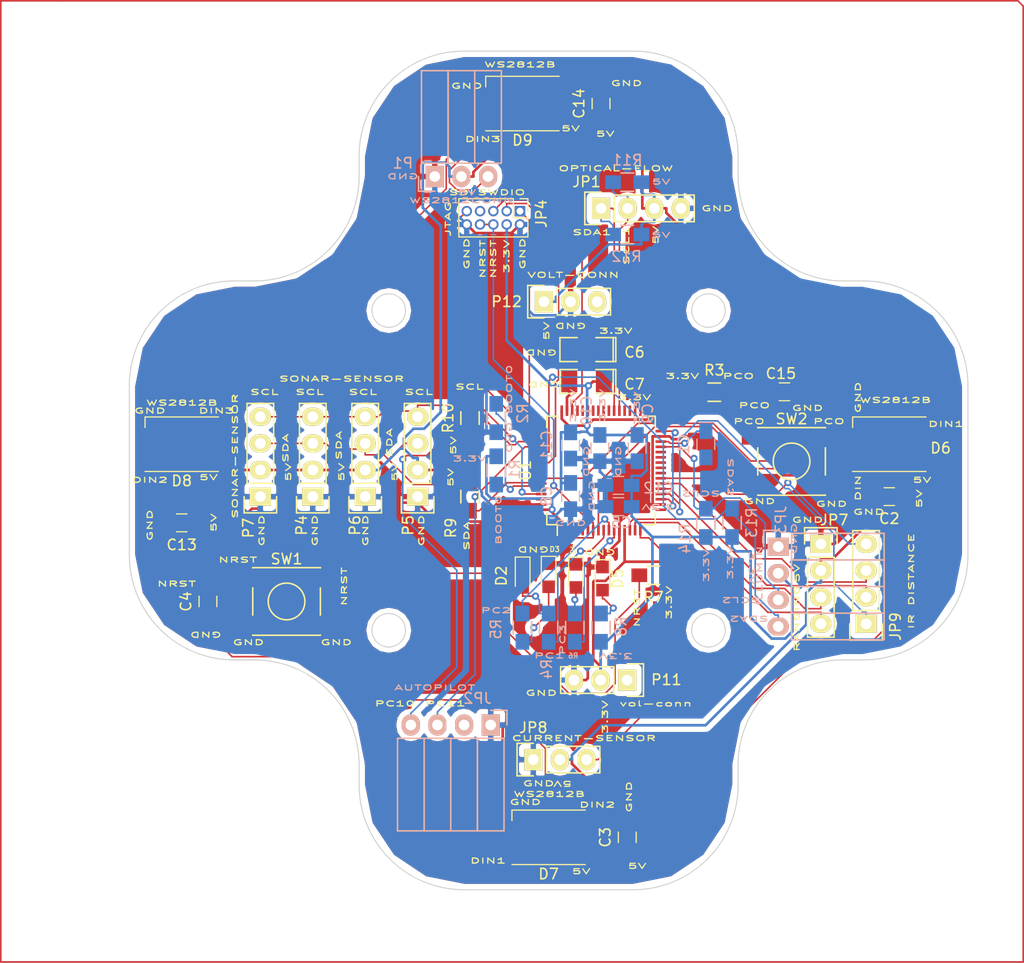
<source format=kicad_pcb>
(kicad_pcb (version 4) (host pcbnew 4.0.4-stable)
  (layers (0 F.Cu signal) (31 B.Cu signal) (34 B.Paste user) (35 F.Paste user) (36 B.SilkS user) (37 F.SilkS user) (38 B.Mask user) (39 F.Mask user) (44 Edge.Cuts user))
  (net 0 "")
  (net 1 "Net-(C1-Pad1)")
  (net 2 "Net-(C1-Pad2)")
  (net 3 /5V)
  (net 4 GND)
  (net 5 /NRST)
  (net 6 /3.3V)
  (net 7 /PC0)
  (net 8 "Net-(D2-Pad2)")
  (net 9 "Net-(D3-Pad2)")
  (net 10 "Net-(D4-Pad2)")
  (net 11 "Net-(D5-Pad2)")
  (net 12 /DIN)
  (net 13 /DIN1)
  (net 14 /DIN2)
  (net 15 /DIN3)
  (net 16 "Net-(D9-Pad2)")
  (net 17 /SWCLK)
  (net 18 /SWO)
  (net 19 /SWDIO)
  (net 20 "Net-(JP4-Pad7)")
  (net 21 /SDI)
  (net 22 /BOOT0)
  (net 23 /PC1)
  (net 24 /PC2)
  (net 25 /PC3)
  (net 26 /SDA)
  (net 27 /SCL)
  (net 28 "Net-(JP1-Pad2)")
  (net 29 "Net-(JP1-Pad1)")
  (net 30 /I2C2SDA)
  (net 31 /I2C2SCL)
  (net 32 "Net-(U1-Pad2)")
  (net 33 "Net-(U1-Pad3)")
  (net 34 "Net-(U1-Pad4)")
  (net 35 "Net-(U1-Pad5)")
  (net 36 "Net-(U1-Pad6)")
  (net 37 /OUT)
  (net 38 /ENABLE)
  (net 39 "Net-(JP8-Pad3)")
  (net 40 "Net-(U1-Pad17)")
  (net 41 "Net-(U1-Pad19)")
  (net 42 "Net-(JP9-Pad1)")
  (net 43 "Net-(JP9-Pad2)")
  (net 44 "Net-(JP9-Pad3)")
  (net 45 "Net-(JP9-Pad4)")
  (net 46 "Net-(U1-Pad24)")
  (net 47 "Net-(U1-Pad25)")
  (net 48 "Net-(U1-Pad26)")
  (net 49 "Net-(U1-Pad27)")
  (net 50 "Net-(U1-Pad28)")
  (net 51 "Net-(U1-Pad33)")
  (net 52 "Net-(U1-Pad34)")
  (net 53 "Net-(U1-Pad35)")
  (net 54 "Net-(U1-Pad36)")
  (net 55 "Net-(U1-Pad39)")
  (net 56 "Net-(U1-Pad40)")
  (net 57 "Net-(U1-Pad41)")
  (net 58 "Net-(U1-Pad42)")
  (net 59 "Net-(U1-Pad43)")
  (net 60 "Net-(U1-Pad44)")
  (net 61 "Net-(U1-Pad45)")
  (net 62 /PC10)
  (net 63 /PC11)
  (net 64 "Net-(U1-Pad54)")
  (net 65 "Net-(U1-Pad56)")
  (net 66 "Net-(U1-Pad57)")
  (net 67 "Net-(U1-Pad62)")
  (net 68 "Net-(JP2-Pad2)")
  (net 69 "Net-(P11-Pad1)")
  (net 70 "Net-(P12-Pad3)")
  (module Capacitors_SMD:C_0805_HandSoldering (layer B.Cu) (at 130 102.5 270)
    (fp_text reference C1 (at 0 2.1 270) (layer B.SilkS) (effects (justify mirror)))
    (fp_text value 2.2nF)
    (pad 1 smd rect (at -1.25 0 270) (size 1.5 1.25) (layers B.Cu B.Paste B.Mask) (net 1 "Net-(C1-Pad1)"))
    (pad 2 smd rect (at 1.25 0 270) (size 1.5 1.25) (layers B.Cu B.Paste B.Mask) (net 2 "Net-(C1-Pad2)"))
  )
  (module Capacitors_SMD:C_0805_HandSoldering (layer F.Cu) (at 147.5 107.5 180)
    (fp_text reference C2 (at 0 -2.1 180) (layer F.SilkS))
    (fp_text value 0.1U)
    (pad 1 smd rect (at -1.25 0 180) (size 1.5 1.25) (layers F.Cu F.Paste F.Mask) (net 3 /5V))
    (pad 2 smd rect (at 1.25 0 180) (size 1.5 1.25) (layers F.Cu F.Paste F.Mask) (net 4 GND))
  )
  (module Capacitors_SMD:C_0805_HandSoldering (layer F.Cu) (at 122.5 140 90)
    (fp_text reference C3 (at 0 -2.1 90) (layer F.SilkS))
    (fp_text value 0.1U)
    (pad 1 smd rect (at -1.25 0 90) (size 1.5 1.25) (layers F.Cu F.Paste F.Mask) (net 3 /5V))
    (pad 2 smd rect (at 1.25 0 90) (size 1.5 1.25) (layers F.Cu F.Paste F.Mask) (net 4 GND))
  )
  (module Capacitors_SMD:C_0805_HandSoldering (layer F.Cu) (at 82.5 117.5 90)
    (fp_text reference C4 (at 0 -2.1 90) (layer F.SilkS))
    (fp_text value 100nF)
    (pad 1 smd rect (at -1.25 0 90) (size 1.5 1.25) (layers F.Cu F.Paste F.Mask) (net 4 GND))
    (pad 2 smd rect (at 1.25 0 90) (size 1.5 1.25) (layers F.Cu F.Paste F.Mask) (net 5 /NRST))
  )
  (module Capacitors_SMD:C_0805_HandSoldering (layer B.Cu) (at 121.666 108.458 180)
    (fp_text reference C5 (at -0.254 -1.524 180) (layer B.SilkS) (effects (justify mirror)))
    (fp_text value 100nF)
    (pad 1 smd rect (at -1.25 0 180) (size 1.5 1.25) (layers B.Cu B.Paste B.Mask) (net 6 /3.3V))
    (pad 2 smd rect (at 1.25 0 180) (size 1.5 1.25) (layers B.Cu B.Paste B.Mask) (net 4 GND))
  )
  (module SMD_Packages:SMD-1206_Pol (layer F.Cu) (at 118.618 93.472 180)
    (fp_text reference C6 (at -4.572 -0.254 180) (layer F.SilkS))
    (fp_text value 1U)
    (pad 1 smd rect (at -1.651 0 180) (size 1.524 2.032) (layers F.Cu F.Paste F.Mask) (net 6 /3.3V))
    (pad 2 smd rect (at 1.651 0 180) (size 1.524 2.032) (layers F.Cu F.Paste F.Mask) (net 4 GND))
  )
  (module SMD_Packages:SMD-1206_Pol (layer F.Cu) (at 118.618 96.52 180)
    (fp_text reference C7 (at -4.572 -0.254 180) (layer F.SilkS))
    (fp_text value 4.7U)
    (pad 1 smd rect (at -1.651 0 180) (size 1.524 2.032) (layers F.Cu F.Paste F.Mask) (net 6 /3.3V))
    (pad 2 smd rect (at 1.651 0 180) (size 1.524 2.032) (layers F.Cu F.Paste F.Mask) (net 4 GND))
  )
  (module Capacitors_SMD:C_0805_HandSoldering (layer B.Cu) (at 117.094 107.442 270)
    (fp_text reference C8 (at 0 2.286 270) (layer B.SilkS) (effects (justify mirror)))
    (fp_text value 0.1U)
    (pad 1 smd rect (at -1.25 0 270) (size 1.5 1.25) (layers B.Cu B.Paste B.Mask) (net 6 /3.3V))
    (pad 2 smd rect (at 1.25 0 270) (size 1.5 1.25) (layers B.Cu B.Paste B.Mask) (net 4 GND))
  )
  (module Capacitors_SMD:C_0805_HandSoldering (layer B.Cu) (at 123.444 102.87 270)
    (fp_text reference C9 (at -3.302 -1.016 270) (layer B.SilkS) (effects (justify mirror)))
    (fp_text value 0.1U)
    (pad 1 smd rect (at -1.25 0 270) (size 1.5 1.25) (layers B.Cu B.Paste B.Mask) (net 6 /3.3V))
    (pad 2 smd rect (at 1.25 0 270) (size 1.5 1.25) (layers B.Cu B.Paste B.Mask) (net 4 GND))
  )
  (module Capacitors_SMD:C_0805_HandSoldering (layer B.Cu) (at 119.888 102.87 270)
    (fp_text reference C10 (at -3.556 1.27 270) (layer B.SilkS) (effects (justify mirror)))
    (fp_text value 0.1U)
    (pad 1 smd rect (at -1.25 0 270) (size 1.5 1.25) (layers B.Cu B.Paste B.Mask) (net 6 /3.3V))
    (pad 2 smd rect (at 1.25 0 270) (size 1.5 1.25) (layers B.Cu B.Paste B.Mask) (net 4 GND))
  )
  (module Capacitors_SMD:C_0805_HandSoldering (layer B.Cu) (at 117.094 102.616 270)
    (fp_text reference C11 (at 0 2.286 270) (layer B.SilkS) (effects (justify mirror)))
    (fp_text value 0.1U)
    (pad 1 smd rect (at -1.25 0 270) (size 1.5 1.25) (layers B.Cu B.Paste B.Mask) (net 6 /3.3V))
    (pad 2 smd rect (at 1.25 0 270) (size 1.5 1.25) (layers B.Cu B.Paste B.Mask) (net 4 GND))
  )
  (module Capacitors_SMD:C_0805_HandSoldering (layer B.Cu) (at 121.666 106.426 180)
    (fp_text reference C12 (at -3.81 -0.254 360) (layer B.SilkS) (effects (justify mirror)))
    (fp_text value 0.1U)
    (pad 1 smd rect (at -1.25 0 180) (size 1.5 1.25) (layers B.Cu B.Paste B.Mask) (net 6 /3.3V))
    (pad 2 smd rect (at 1.25 0 180) (size 1.5 1.25) (layers B.Cu B.Paste B.Mask) (net 4 GND))
  )
  (module Capacitors_SMD:C_0805_HandSoldering (layer F.Cu) (at 80 110 180)
    (fp_text reference C13 (at 0 -2.1 180) (layer F.SilkS))
    (fp_text value 0.1U)
    (pad 1 smd rect (at -1.25 0 180) (size 1.5 1.25) (layers F.Cu F.Paste F.Mask) (net 3 /5V))
    (pad 2 smd rect (at 1.25 0 180) (size 1.5 1.25) (layers F.Cu F.Paste F.Mask) (net 4 GND))
  )
  (module Capacitors_SMD:C_0805_HandSoldering (layer F.Cu) (at 120 70 90)
    (fp_text reference C14 (at 0 -2.1 90) (layer F.SilkS))
    (fp_text value 0.1U)
    (pad 1 smd rect (at -1.25 0 90) (size 1.5 1.25) (layers F.Cu F.Paste F.Mask) (net 3 /5V))
    (pad 2 smd rect (at 1.25 0 90) (size 1.5 1.25) (layers F.Cu F.Paste F.Mask) (net 4 GND))
  )
  (module Capacitors_SMD:C_0805_HandSoldering (layer F.Cu) (at 137.5 97.5 180)
    (fp_text reference C15 (at 0.34 1.742 180) (layer F.SilkS))
    (fp_text value 100nF)
    (pad 1 smd rect (at -1.25 0 180) (size 1.5 1.25) (layers F.Cu F.Paste F.Mask) (net 4 GND))
    (pad 2 smd rect (at 1.25 0 180) (size 1.5 1.25) (layers F.Cu F.Paste F.Mask) (net 7 /PC0))
  )
  (module LEDs:LED_0805 (layer F.Cu) (at 112.522 115.062 270)
    (fp_text reference D2 (at 0 2.032 270) (layer F.SilkS))
    (fp_text value LED)
    (pad 2 smd rect (at 1.1 0 90) (size 1.2 1.2) (layers F.Cu F.Paste F.Mask) (net 8 "Net-(D2-Pad2)"))
    (pad 1 smd rect (at -1.1 0 90) (size 1.2 1.2) (layers F.Cu F.Paste F.Mask) (net 4 GND))
  )
  (module LEDs:LED_0805 (layer F.Cu) (at 115 115 270)
    (fp_text reference D3 (at -2.478 -0.57 360) (layer F.SilkS) (effects (font (size 0.492 0.492) (thickness 0.0992))))
    (fp_text value LED)
    (pad 2 smd rect (at 1.1 0 90) (size 1.2 1.2) (layers F.Cu F.Paste F.Mask) (net 9 "Net-(D3-Pad2)"))
    (pad 1 smd rect (at -1.1 0 90) (size 1.2 1.2) (layers F.Cu F.Paste F.Mask) (net 4 GND))
  )
  (module LEDs:LED_0805 (layer F.Cu) (at 117.602 115.062 270)
    (fp_text reference D4 (at -2.54 0.254 270) (layer F.SilkS) (effects (font (size 0.492 0.492) (thickness 0.0738))))
    (fp_text value LED)
    (pad 2 smd rect (at 1.1 0 90) (size 1.2 1.2) (layers F.Cu F.Paste F.Mask) (net 10 "Net-(D4-Pad2)"))
    (pad 1 smd rect (at -1.1 0 90) (size 1.2 1.2) (layers F.Cu F.Paste F.Mask) (net 4 GND))
  )
  (module LEDs:LED_0805 (layer F.Cu) (at 120.142 115.316 270)
    (fp_text reference D5 (at 0 -1.45 270) (layer F.SilkS))
    (fp_text value LED)
    (pad 2 smd rect (at 1.1 0 90) (size 1.2 1.2) (layers F.Cu F.Paste F.Mask) (net 11 "Net-(D5-Pad2)"))
    (pad 1 smd rect (at -1.1 0 90) (size 1.2 1.2) (layers F.Cu F.Paste F.Mask) (net 4 GND))
  )
  (module LEDs:LED_WS2812B-PLCC4 (layer F.Cu) (at 147.5 102.5 180)
    (fp_text reference D6 (at -4.9 -0.37 180) (layer F.SilkS))
    (fp_text value WS2812B)
    (pad 3 smd rect (at 2.5 1.6 180) (size 1.6 1) (layers F.Cu F.Paste F.Mask) (net 4 GND))
    (pad 4 smd rect (at 2.5 -1.6 180) (size 1.6 1) (layers F.Cu F.Paste F.Mask) (net 12 /DIN))
    (pad 2 smd rect (at -2.5 1.6 180) (size 1.6 1) (layers F.Cu F.Paste F.Mask) (net 13 /DIN1))
    (pad 1 smd rect (at -2.5 -1.6 180) (size 1.6 1) (layers F.Cu F.Paste F.Mask) (net 3 /5V))
  )
  (module LEDs:LED_WS2812B-PLCC4 (layer F.Cu) (at 115 140 180)
    (fp_text reference D7 (at 0 -3.5 180) (layer F.SilkS))
    (fp_text value WS2812B)
    (pad 3 smd rect (at 2.5 1.6 180) (size 1.6 1) (layers F.Cu F.Paste F.Mask) (net 4 GND))
    (pad 4 smd rect (at 2.5 -1.6 180) (size 1.6 1) (layers F.Cu F.Paste F.Mask) (net 13 /DIN1))
    (pad 2 smd rect (at -2.5 1.6 180) (size 1.6 1) (layers F.Cu F.Paste F.Mask) (net 14 /DIN2))
    (pad 1 smd rect (at -2.5 -1.6 180) (size 1.6 1) (layers F.Cu F.Paste F.Mask) (net 3 /5V))
  )
  (module LEDs:LED_WS2812B-PLCC4 (layer F.Cu) (at 80 102.5 180)
    (fp_text reference D8 (at 0 -3.5 180) (layer F.SilkS))
    (fp_text value WS2812B)
    (pad 3 smd rect (at 2.5 1.6 180) (size 1.6 1) (layers F.Cu F.Paste F.Mask) (net 4 GND))
    (pad 4 smd rect (at 2.5 -1.6 180) (size 1.6 1) (layers F.Cu F.Paste F.Mask) (net 14 /DIN2))
    (pad 2 smd rect (at -2.5 1.6 180) (size 1.6 1) (layers F.Cu F.Paste F.Mask) (net 15 /DIN3))
    (pad 1 smd rect (at -2.5 -1.6 180) (size 1.6 1) (layers F.Cu F.Paste F.Mask) (net 3 /5V))
  )
  (module LEDs:LED_WS2812B-PLCC4 (layer F.Cu) (at 112.5 70 180)
    (fp_text reference D9 (at 0 -3.5 180) (layer F.SilkS))
    (fp_text value WS2812B)
    (pad 3 smd rect (at 2.5 1.6 180) (size 1.6 1) (layers F.Cu F.Paste F.Mask) (net 4 GND))
    (pad 4 smd rect (at 2.5 -1.6 180) (size 1.6 1) (layers F.Cu F.Paste F.Mask) (net 15 /DIN3))
    (pad 2 smd rect (at -2.5 1.6 180) (size 1.6 1) (layers F.Cu F.Paste F.Mask) (net 16 "Net-(D9-Pad2)"))
    (pad 1 smd rect (at -2.5 -1.6 180) (size 1.6 1) (layers F.Cu F.Paste F.Mask) (net 3 /5V))
  )
  (module Socket_Stripsss:Socket_Strip_Straight_1x04 (layer F.Cu) (at 120 80)
    (fp_text reference JP1 (at -1.382 -2.53) (layer F.SilkS))
    (fp_text value OPTICAL-FLOW)
    (pad 1 thru_hole rect (at 0 0) (size 1.7272 2.032) (drill 1.016) (layers *.Cu *.Mask F.SilkS) (net 29 "Net-(JP1-Pad1)"))
    (pad 2 thru_hole oval (at 2.54 0) (size 1.7272 2.032) (drill 1.016) (layers *.Cu *.Mask F.SilkS) (net 28 "Net-(JP1-Pad2)"))
    (pad 3 thru_hole oval (at 5.08 0) (size 1.7272 2.032) (drill 1.016) (layers *.Cu *.Mask F.SilkS) (net 3 /5V))
    (pad 4 thru_hole oval (at 7.62 0) (size 1.7272 2.032) (drill 1.016) (layers *.Cu *.Mask F.SilkS) (net 4 GND))
  )
  (module Socket_Stripsss:Socket_Strip_Angled_1x04 (layer B.Cu) (at 109.474 129.286 180)
    (fp_text reference JP2 (at 1.27 2.54 180) (layer B.SilkS) (effects (justify mirror)))
    (fp_text value AUTOPILOT)
    (pad 1 thru_hole rect (at 0 0 180) (size 1.7272 2.032) (drill 1.016) (layers *.Cu *.Mask B.SilkS) (net 4 GND))
    (pad 2 thru_hole oval (at 2.54 0 180) (size 1.7272 2.032) (drill 1.016) (layers *.Cu *.Mask B.SilkS) (net 68 "Net-(JP2-Pad2)"))
    (pad 3 thru_hole oval (at 5.08 0 180) (size 1.7272 2.032) (drill 1.016) (layers *.Cu *.Mask B.SilkS) (net 63 /PC11))
    (pad 4 thru_hole oval (at 7.62 0 180) (size 1.7272 2.032) (drill 1.016) (layers *.Cu *.Mask B.SilkS) (net 62 /PC10))
  )
  (module Socket_Stripsss:Socket_Strip_Angled_1x04 (layer B.Cu) (at 136.906 112.268 270)
    (fp_text reference JP3 (at -2.54 -0.254 270) (layer B.SilkS) (effects (justify mirror)))
    (fp_text value ILLUMINSENSORI2C2)
    (pad 1 thru_hole rect (at 0 0 270) (size 1.7272 2.032) (drill 1.016) (layers *.Cu *.Mask B.SilkS) (net 4 GND))
    (pad 2 thru_hole oval (at 2.54 0 270) (size 1.7272 2.032) (drill 1.016) (layers *.Cu *.Mask B.SilkS) (net 6 /3.3V))
    (pad 3 thru_hole oval (at 5.08 0 270) (size 1.7272 2.032) (drill 1.016) (layers *.Cu *.Mask B.SilkS) (net 31 /I2C2SCL))
    (pad 4 thru_hole oval (at 7.62 0 270) (size 1.7272 2.032) (drill 1.016) (layers *.Cu *.Mask B.SilkS) (net 30 /I2C2SDA))
  )
  (module Pin_Headers:Pin_Header_Straight_2x05_Pitch1.27mm (layer F.Cu) (at 112.268 80.264 270)
    (fp_text reference JP4 (at 0.254 -2.032 270) (layer F.SilkS))
    (fp_text value JTAG)
    (pad 1 thru_hole rect (at 0 0 270) (size 1 1) (drill 0.65) (layers *.Cu *.Mask) (net 17 /SWCLK))
    (pad 2 thru_hole oval (at 1.27 0 270) (size 1 1) (drill 0.65) (layers *.Cu *.Mask) (net 4 GND))
    (pad 3 thru_hole oval (at 0 1.27 270) (size 1 1) (drill 0.65) (layers *.Cu *.Mask) (net 18 /SWO))
    (pad 4 thru_hole oval (at 1.27 1.27 270) (size 1 1) (drill 0.65) (layers *.Cu *.Mask) (net 6 /3.3V))
    (pad 5 thru_hole oval (at 0 2.54 270) (size 1 1) (drill 0.65) (layers *.Cu *.Mask) (net 19 /SWDIO))
    (pad 6 thru_hole oval (at 1.27 2.54 270) (size 1 1) (drill 0.65) (layers *.Cu *.Mask) (net 5 /NRST))
    (pad 7 thru_hole oval (at 0 3.81 270) (size 1 1) (drill 0.65) (layers *.Cu *.Mask) (net 20 "Net-(JP4-Pad7)"))
    (pad 8 thru_hole oval (at 1.27 3.81 270) (size 1 1) (drill 0.65) (layers *.Cu *.Mask) (net 5 /NRST))
    (pad 9 thru_hole oval (at 0 5.08 270) (size 1 1) (drill 0.65) (layers *.Cu *.Mask) (net 21 /SDI))
    (pad 10 thru_hole oval (at 1.27 5.08 270) (size 1 1) (drill 0.65) (layers *.Cu *.Mask) (net 4 GND))
  )
  (module Resistors_SMD:R_0805_HandSoldering (layer B.Cu) (at 110 105 270)
    (fp_text reference R1 (at -0.098 -1.76 450) (layer B.SilkS) (effects (justify mirror)))
    (fp_text value 4.7KE)
    (pad 1 smd rect (at -1.35 0 270) (size 1.5 1.3) (layers B.Cu B.Paste B.Mask) (net 6 /3.3V))
    (pad 2 smd rect (at 1.35 0 270) (size 1.5 1.3) (layers B.Cu B.Paste B.Mask) (net 22 /BOOT0))
  )
  (module Resistors_SMD:R_0805_HandSoldering (layer B.Cu) (at 110 100 90)
    (fp_text reference R2 (at 0.432 2.522 90) (layer B.SilkS) (effects (justify mirror)))
    (fp_text value 4.7KE)
    (pad 1 smd rect (at -1.35 0 90) (size 1.5 1.3) (layers B.Cu B.Paste B.Mask) (net 4 GND))
    (pad 2 smd rect (at 1.35 0 90) (size 1.5 1.3) (layers B.Cu B.Paste B.Mask) (net 22 /BOOT0))
  )
  (module Resistors_SMD:R_0805_HandSoldering (layer F.Cu) (at 130.81 97.536)
    (fp_text reference R3 (at 0 -2.1) (layer F.SilkS))
    (fp_text value 10KE)
    (pad 1 smd rect (at -1.35 0) (size 1.5 1.3) (layers F.Cu F.Paste F.Mask) (net 6 /3.3V))
    (pad 2 smd rect (at 1.35 0) (size 1.5 1.3) (layers F.Cu F.Paste F.Mask) (net 7 /PC0))
  )
  (module Resistors_SMD:R_0805_HandSoldering (layer B.Cu) (at 115 120 270)
    (fp_text reference R4 (at 3.952 0.192 270) (layer B.SilkS) (effects (justify mirror)))
    (fp_text value 470E)
    (pad 1 smd rect (at -1.35 0 270) (size 1.5 1.3) (layers B.Cu B.Paste B.Mask) (net 8 "Net-(D2-Pad2)"))
    (pad 2 smd rect (at 1.35 0 270) (size 1.5 1.3) (layers B.Cu B.Paste B.Mask) (net 23 /PC1))
  )
  (module Resistors_SMD:R_0805_HandSoldering (layer B.Cu) (at 112.5 120 90)
    (fp_text reference R5 (at -0.142 -2.518 90) (layer B.SilkS) (effects (justify mirror)))
    (fp_text value 470E)
    (pad 1 smd rect (at -1.35 0 90) (size 1.5 1.3) (layers B.Cu B.Paste B.Mask) (net 9 "Net-(D3-Pad2)"))
    (pad 2 smd rect (at 1.35 0 90) (size 1.5 1.3) (layers B.Cu B.Paste B.Mask) (net 24 /PC2))
  )
  (module Resistors_SMD:R_0805_HandSoldering (layer B.Cu) (at 117.5 120 270)
    (fp_text reference R6 (at 2.682 0.152 360) (layer B.SilkS) (effects (font (size 0.492 0.492) (thickness 0.0992)) (justify mirror)))
    (fp_text value 470E)
    (pad 1 smd rect (at -1.35 0 270) (size 1.5 1.3) (layers B.Cu B.Paste B.Mask) (net 10 "Net-(D4-Pad2)"))
    (pad 2 smd rect (at 1.35 0 270) (size 1.5 1.3) (layers B.Cu B.Paste B.Mask) (net 25 /PC3))
  )
  (module Resistors_SMD:R_0805_HandSoldering (layer F.Cu) (at 125 115 180)
    (fp_text reference R7 (at 0 -2.1 180) (layer F.SilkS))
    (fp_text value 10KE)
    (pad 1 smd rect (at -1.35 0 180) (size 1.5 1.3) (layers F.Cu F.Paste F.Mask) (net 6 /3.3V))
    (pad 2 smd rect (at 1.35 0 180) (size 1.5 1.3) (layers F.Cu F.Paste F.Mask) (net 5 /NRST))
  )
  (module Resistors_SMD:R_0805_HandSoldering (layer B.Cu) (at 120 120 270)
    (fp_text reference R8 (at -0.112 -1.92 270) (layer B.SilkS) (effects (justify mirror)))
    (fp_text value 470E)
    (pad 1 smd rect (at -1.35 0 270) (size 1.5 1.3) (layers B.Cu B.Paste B.Mask) (net 11 "Net-(D5-Pad2)"))
    (pad 2 smd rect (at 1.35 0 270) (size 1.5 1.3) (layers B.Cu B.Paste B.Mask) (net 6 /3.3V))
  )
  (module Resistors_SMD:R_0805_HandSoldering (layer F.Cu) (at 107.5 107.5 270)
    (fp_text reference R9 (at 2.99 1.836 270) (layer F.SilkS))
    (fp_text value 4.7KE)
    (pad 1 smd rect (at -1.35 0 270) (size 1.5 1.3) (layers F.Cu F.Paste F.Mask) (net 3 /5V))
    (pad 2 smd rect (at 1.35 0 270) (size 1.5 1.3) (layers F.Cu F.Paste F.Mask) (net 26 /SDA))
  )
  (module Resistors_SMD:R_0805_HandSoldering (layer F.Cu) (at 107.5 100 90)
    (fp_text reference R10 (at 0 -2.1 90) (layer F.SilkS))
    (fp_text value 4.7KE)
    (pad 1 smd rect (at -1.35 0 90) (size 1.5 1.3) (layers F.Cu F.Paste F.Mask) (net 3 /5V))
    (pad 2 smd rect (at 1.35 0 90) (size 1.5 1.3) (layers F.Cu F.Paste F.Mask) (net 27 /SCL))
  )
  (module Resistors_SMD:R_0805_HandSoldering (layer B.Cu) (at 122.5 77.5 180)
    (fp_text reference R11 (at 0 2.1 180) (layer B.SilkS) (effects (justify mirror)))
    (fp_text value 4.7KE)
    (pad 1 smd rect (at -1.35 0 180) (size 1.5 1.3) (layers B.Cu B.Paste B.Mask) (net 3 /5V))
    (pad 2 smd rect (at 1.35 0 180) (size 1.5 1.3) (layers B.Cu B.Paste B.Mask) (net 28 "Net-(JP1-Pad2)"))
  )
  (module Resistors_SMD:R_0805_HandSoldering (layer B.Cu) (at 122.5 82.5 180)
    (fp_text reference R12 (at 0.072 -2.082 180) (layer B.SilkS) (effects (justify mirror)))
    (fp_text value 4.7KE)
    (pad 1 smd rect (at -1.35 0 180) (size 1.5 1.3) (layers B.Cu B.Paste B.Mask) (net 3 /5V))
    (pad 2 smd rect (at 1.35 0 180) (size 1.5 1.3) (layers B.Cu B.Paste B.Mask) (net 29 "Net-(JP1-Pad1)"))
  )
  (module Resistors_SMD:R_0805_HandSoldering (layer B.Cu) (at 132.5 110 90)
    (fp_text reference R13 (at 0.018 1.866 90) (layer B.SilkS) (effects (justify mirror)))
    (fp_text value 4.7KE)
    (pad 1 smd rect (at -1.35 0 90) (size 1.5 1.3) (layers B.Cu B.Paste B.Mask) (net 6 /3.3V))
    (pad 2 smd rect (at 1.35 0 90) (size 1.5 1.3) (layers B.Cu B.Paste B.Mask) (net 30 /I2C2SDA))
  )
  (module Resistors_SMD:R_0805_HandSoldering (layer B.Cu) (at 130 110 90)
    (fp_text reference R14 (at -1.506 -1.984 90) (layer B.SilkS) (effects (justify mirror)))
    (fp_text value 4.7KE)
    (pad 1 smd rect (at -1.35 0 90) (size 1.5 1.3) (layers B.Cu B.Paste B.Mask) (net 6 /3.3V))
    (pad 2 smd rect (at 1.35 0 90) (size 1.5 1.3) (layers B.Cu B.Paste B.Mask) (net 31 /I2C2SCL))
  )
  (module Buttons_Switches_SMD:SW_SPST_PTS645 (layer F.Cu) (at 90 117.5)
    (fp_text reference SW1 (at 0 -4.05) (layer F.SilkS))
    (fp_text value SW_PUSH)
    (pad 2 smd rect (at -3.975 2.25) (size 1.55 1.3) (layers F.Cu F.Paste F.Mask) (net 4 GND))
    (pad 1 smd rect (at -3.975 -2.25) (size 1.55 1.3) (layers F.Cu F.Paste F.Mask) (net 5 /NRST))
    (pad 1 smd rect (at 3.975 -2.25) (size 1.55 1.3) (layers F.Cu F.Paste F.Mask) (net 5 /NRST))
    (pad 2 smd rect (at 3.975 2.25) (size 1.55 1.3) (layers F.Cu F.Paste F.Mask) (net 4 GND))
  )
  (module Buttons_Switches_SMD:SW_SPST_PTS645 (layer F.Cu) (at 138.176 104.14)
    (fp_text reference SW2 (at 0 -4.05) (layer F.SilkS))
    (fp_text value SW_PUSH)
    (pad 2 smd rect (at -3.975 2.25) (size 1.55 1.3) (layers F.Cu F.Paste F.Mask) (net 4 GND))
    (pad 1 smd rect (at -3.975 -2.25) (size 1.55 1.3) (layers F.Cu F.Paste F.Mask) (net 7 /PC0))
    (pad 1 smd rect (at 3.975 -2.25) (size 1.55 1.3) (layers F.Cu F.Paste F.Mask) (net 7 /PC0))
    (pad 2 smd rect (at 3.975 2.25) (size 1.55 1.3) (layers F.Cu F.Paste F.Mask) (net 4 GND))
  )
  (module Housings_QFP:LQFP-64_10x10mm_Pitch0.5mm (layer F.Cu) (at 120 105 90)
    (fp_text reference U1 (at 0 -7.2 90) (layer F.SilkS))
    (fp_text value STM32F446RETx)
    (pad 1 smd rect (at -5.7 -3.75 90) (size 1 0.25) (layers F.Cu F.Paste F.Mask) (net 6 /3.3V))
    (pad 2 smd rect (at -5.7 -3.25 90) (size 1 0.25) (layers F.Cu F.Paste F.Mask) (net 32 "Net-(U1-Pad2)"))
    (pad 3 smd rect (at -5.7 -2.75 90) (size 1 0.25) (layers F.Cu F.Paste F.Mask) (net 33 "Net-(U1-Pad3)"))
    (pad 4 smd rect (at -5.7 -2.25 90) (size 1 0.25) (layers F.Cu F.Paste F.Mask) (net 34 "Net-(U1-Pad4)"))
    (pad 5 smd rect (at -5.7 -1.75 90) (size 1 0.25) (layers F.Cu F.Paste F.Mask) (net 35 "Net-(U1-Pad5)"))
    (pad 6 smd rect (at -5.7 -1.25 90) (size 1 0.25) (layers F.Cu F.Paste F.Mask) (net 36 "Net-(U1-Pad6)"))
    (pad 7 smd rect (at -5.7 -0.75 90) (size 1 0.25) (layers F.Cu F.Paste F.Mask) (net 5 /NRST))
    (pad 8 smd rect (at -5.7 -0.25 90) (size 1 0.25) (layers F.Cu F.Paste F.Mask) (net 7 /PC0))
    (pad 9 smd rect (at -5.7 0.25 90) (size 1 0.25) (layers F.Cu F.Paste F.Mask) (net 23 /PC1))
    (pad 10 smd rect (at -5.7 0.75 90) (size 1 0.25) (layers F.Cu F.Paste F.Mask) (net 24 /PC2))
    (pad 11 smd rect (at -5.7 1.25 90) (size 1 0.25) (layers F.Cu F.Paste F.Mask) (net 25 /PC3))
    (pad 12 smd rect (at -5.7 1.75 90) (size 1 0.25) (layers F.Cu F.Paste F.Mask) (net 4 GND))
    (pad 13 smd rect (at -5.7 2.25 90) (size 1 0.25) (layers F.Cu F.Paste F.Mask) (net 6 /3.3V))
    (pad 14 smd rect (at -5.7 2.75 90) (size 1 0.25) (layers F.Cu F.Paste F.Mask) (net 37 /OUT))
    (pad 15 smd rect (at -5.7 3.25 90) (size 1 0.25) (layers F.Cu F.Paste F.Mask) (net 38 /ENABLE))
    (pad 16 smd rect (at -5.7 3.75 90) (size 1 0.25) (layers F.Cu F.Paste F.Mask) (net 39 "Net-(JP8-Pad3)"))
    (pad 17 smd rect (at -3.75 5.7 180) (size 1 0.25) (layers F.Cu F.Paste F.Mask) (net 40 "Net-(U1-Pad17)"))
    (pad 18 smd rect (at -3.25 5.7 180) (size 1 0.25) (layers F.Cu F.Paste F.Mask) (net 4 GND))
    (pad 19 smd rect (at -2.75 5.7 180) (size 1 0.25) (layers F.Cu F.Paste F.Mask) (net 41 "Net-(U1-Pad19)"))
    (pad 20 smd rect (at -2.25 5.7 180) (size 1 0.25) (layers F.Cu F.Paste F.Mask) (net 42 "Net-(JP9-Pad1)"))
    (pad 21 smd rect (at -1.75 5.7 180) (size 1 0.25) (layers F.Cu F.Paste F.Mask) (net 43 "Net-(JP9-Pad2)"))
    (pad 22 smd rect (at -1.25 5.7 180) (size 1 0.25) (layers F.Cu F.Paste F.Mask) (net 44 "Net-(JP9-Pad3)"))
    (pad 23 smd rect (at -0.75 5.7 180) (size 1 0.25) (layers F.Cu F.Paste F.Mask) (net 45 "Net-(JP9-Pad4)"))
    (pad 24 smd rect (at -0.25 5.7 180) (size 1 0.25) (layers F.Cu F.Paste F.Mask) (net 46 "Net-(U1-Pad24)"))
    (pad 25 smd rect (at 0.25 5.7 180) (size 1 0.25) (layers F.Cu F.Paste F.Mask) (net 47 "Net-(U1-Pad25)"))
    (pad 26 smd rect (at 0.75 5.7 180) (size 1 0.25) (layers F.Cu F.Paste F.Mask) (net 48 "Net-(U1-Pad26)"))
    (pad 27 smd rect (at 1.25 5.7 180) (size 1 0.25) (layers F.Cu F.Paste F.Mask) (net 49 "Net-(U1-Pad27)"))
    (pad 28 smd rect (at 1.75 5.7 180) (size 1 0.25) (layers F.Cu F.Paste F.Mask) (net 50 "Net-(U1-Pad28)"))
    (pad 29 smd rect (at 2.25 5.7 180) (size 1 0.25) (layers F.Cu F.Paste F.Mask) (net 31 /I2C2SCL))
    (pad 30 smd rect (at 2.75 5.7 180) (size 1 0.25) (layers F.Cu F.Paste F.Mask) (net 1 "Net-(C1-Pad1)"))
    (pad 31 smd rect (at 3.25 5.7 180) (size 1 0.25) (layers F.Cu F.Paste F.Mask) (net 4 GND))
    (pad 32 smd rect (at 3.75 5.7 180) (size 1 0.25) (layers F.Cu F.Paste F.Mask) (net 41 "Net-(U1-Pad19)"))
    (pad 33 smd rect (at 5.7 3.75 90) (size 1 0.25) (layers F.Cu F.Paste F.Mask) (net 51 "Net-(U1-Pad33)"))
    (pad 34 smd rect (at 5.7 3.25 90) (size 1 0.25) (layers F.Cu F.Paste F.Mask) (net 52 "Net-(U1-Pad34)"))
    (pad 35 smd rect (at 5.7 2.75 90) (size 1 0.25) (layers F.Cu F.Paste F.Mask) (net 53 "Net-(U1-Pad35)"))
    (pad 36 smd rect (at 5.7 2.25 90) (size 1 0.25) (layers F.Cu F.Paste F.Mask) (net 54 "Net-(U1-Pad36)"))
    (pad 37 smd rect (at 5.7 1.75 90) (size 1 0.25) (layers F.Cu F.Paste F.Mask) (net 28 "Net-(JP1-Pad2)"))
    (pad 38 smd rect (at 5.7 1.25 90) (size 1 0.25) (layers F.Cu F.Paste F.Mask) (net 29 "Net-(JP1-Pad1)"))
    (pad 39 smd rect (at 5.7 0.75 90) (size 1 0.25) (layers F.Cu F.Paste F.Mask) (net 55 "Net-(U1-Pad39)"))
    (pad 40 smd rect (at 5.7 0.25 90) (size 1 0.25) (layers F.Cu F.Paste F.Mask) (net 56 "Net-(U1-Pad40)"))
    (pad 41 smd rect (at 5.7 -0.25 90) (size 1 0.25) (layers F.Cu F.Paste F.Mask) (net 57 "Net-(U1-Pad41)"))
    (pad 42 smd rect (at 5.7 -0.75 90) (size 1 0.25) (layers F.Cu F.Paste F.Mask) (net 58 "Net-(U1-Pad42)"))
    (pad 43 smd rect (at 5.7 -1.25 90) (size 1 0.25) (layers F.Cu F.Paste F.Mask) (net 59 "Net-(U1-Pad43)"))
    (pad 44 smd rect (at 5.7 -1.75 90) (size 1 0.25) (layers F.Cu F.Paste F.Mask) (net 60 "Net-(U1-Pad44)"))
    (pad 45 smd rect (at 5.7 -2.25 90) (size 1 0.25) (layers F.Cu F.Paste F.Mask) (net 61 "Net-(U1-Pad45)"))
    (pad 46 smd rect (at 5.7 -2.75 90) (size 1 0.25) (layers F.Cu F.Paste F.Mask) (net 19 /SWDIO))
    (pad 47 smd rect (at 5.7 -3.25 90) (size 1 0.25) (layers F.Cu F.Paste F.Mask) (net 4 GND))
    (pad 48 smd rect (at 5.7 -3.75 90) (size 1 0.25) (layers F.Cu F.Paste F.Mask) (net 6 /3.3V))
    (pad 49 smd rect (at 3.75 -5.7 180) (size 1 0.25) (layers F.Cu F.Paste F.Mask) (net 17 /SWCLK))
    (pad 50 smd rect (at 3.25 -5.7 180) (size 1 0.25) (layers F.Cu F.Paste F.Mask) (net 21 /SDI))
    (pad 51 smd rect (at 2.75 -5.7 180) (size 1 0.25) (layers F.Cu F.Paste F.Mask) (net 62 /PC10))
    (pad 52 smd rect (at 2.25 -5.7 180) (size 1 0.25) (layers F.Cu F.Paste F.Mask) (net 63 /PC11))
    (pad 53 smd rect (at 1.75 -5.7 180) (size 1 0.25) (layers F.Cu F.Paste F.Mask) (net 30 /I2C2SDA))
    (pad 54 smd rect (at 1.25 -5.7 180) (size 1 0.25) (layers F.Cu F.Paste F.Mask) (net 64 "Net-(U1-Pad54)"))
    (pad 55 smd rect (at 0.75 -5.7 180) (size 1 0.25) (layers F.Cu F.Paste F.Mask) (net 18 /SWO))
    (pad 56 smd rect (at 0.25 -5.7 180) (size 1 0.25) (layers F.Cu F.Paste F.Mask) (net 65 "Net-(U1-Pad56)"))
    (pad 57 smd rect (at -0.25 -5.7 180) (size 1 0.25) (layers F.Cu F.Paste F.Mask) (net 66 "Net-(U1-Pad57)"))
    (pad 58 smd rect (at -0.75 -5.7 180) (size 1 0.25) (layers F.Cu F.Paste F.Mask) (net 12 /DIN))
    (pad 59 smd rect (at -1.25 -5.7 180) (size 1 0.25) (layers F.Cu F.Paste F.Mask) (net 26 /SDA))
    (pad 60 smd rect (at -1.75 -5.7 180) (size 1 0.25) (layers F.Cu F.Paste F.Mask) (net 22 /BOOT0))
    (pad 61 smd rect (at -2.25 -5.7 180) (size 1 0.25) (layers F.Cu F.Paste F.Mask) (net 27 /SCL))
    (pad 62 smd rect (at -2.75 -5.7 180) (size 1 0.25) (layers F.Cu F.Paste F.Mask) (net 67 "Net-(U1-Pad62)"))
    (pad 63 smd rect (at -3.25 -5.7 180) (size 1 0.25) (layers F.Cu F.Paste F.Mask) (net 4 GND))
    (pad 64 smd rect (at -3.75 -5.7 180) (size 1 0.25) (layers F.Cu F.Paste F.Mask) (net 6 /3.3V))
  )
  (module Socket_Stripsss:Socket_Strip_Straight_1x04 (layer F.Cu) (at 140.97 112.014 270)
    (fp_text reference JP7 (at -2.286 -1.27 360) (layer F.SilkS))
    (fp_text value "IR DISTANCE")
    (pad 1 thru_hole rect (at 0 0 270) (size 1.7272 2.032) (drill 1.016) (layers *.Cu *.Mask F.SilkS) (net 4 GND))
    (pad 2 thru_hole oval (at 2.54 0 270) (size 1.7272 2.032) (drill 1.016) (layers *.Cu *.Mask F.SilkS) (net 3 /5V))
    (pad 3 thru_hole oval (at 5.08 0 270) (size 1.7272 2.032) (drill 1.016) (layers *.Cu *.Mask F.SilkS) (net 37 /OUT))
    (pad 4 thru_hole oval (at 7.62 0 270) (size 1.7272 2.032) (drill 1.016) (layers *.Cu *.Mask F.SilkS) (net 38 /ENABLE))
  )
  (module Socket_Stripsss:Socket_Strip_Straight_1x03 (layer F.Cu) (at 113.538 132.588)
    (fp_text reference JP8 (at 0 -3.048) (layer F.SilkS))
    (fp_text value "CURENT SENSOR")
    (pad 1 thru_hole rect (at 0 0) (size 1.7272 2.032) (drill 1.016) (layers *.Cu *.Mask F.SilkS) (net 4 GND))
    (pad 2 thru_hole oval (at 2.54 0) (size 1.7272 2.032) (drill 1.016) (layers *.Cu *.Mask F.SilkS) (net 3 /5V))
    (pad 3 thru_hole oval (at 5.08 0) (size 1.7272 2.032) (drill 1.016) (layers *.Cu *.Mask F.SilkS) (net 39 "Net-(JP8-Pad3)"))
  )
  (module Socket_Stripsss:Socket_Strip_Straight_1x04 (layer F.Cu) (at 145.288 119.634 90)
    (fp_text reference JP9 (at -0.254 2.794 90) (layer F.SilkS))
    (fp_text value "RANGING SENSOR")
    (pad 1 thru_hole rect (at 0 0 90) (size 1.7272 2.032) (drill 1.016) (layers *.Cu *.Mask F.SilkS) (net 42 "Net-(JP9-Pad1)"))
    (pad 2 thru_hole oval (at 2.54 0 90) (size 1.7272 2.032) (drill 1.016) (layers *.Cu *.Mask F.SilkS) (net 43 "Net-(JP9-Pad2)"))
    (pad 3 thru_hole oval (at 5.08 0 90) (size 1.7272 2.032) (drill 1.016) (layers *.Cu *.Mask F.SilkS) (net 44 "Net-(JP9-Pad3)"))
    (pad 4 thru_hole oval (at 7.62 0 90) (size 1.7272 2.032) (drill 1.016) (layers *.Cu *.Mask F.SilkS) (net 45 "Net-(JP9-Pad4)"))
  )
  (module Socket_Stripsss:Socket_Strip_Angled_1x03 (layer B.Cu) (at 104.14 76.962)
    (fp_text reference P1 (at -3.048 -1.27) (layer B.SilkS) (effects (justify mirror)))
    (fp_text value "CONN WS2812")
    (pad 1 thru_hole rect (at 0 0) (size 1.7272 2.032) (drill 1.016) (layers *.Cu *.Mask B.SilkS) (net 4 GND))
    (pad 2 thru_hole oval (at 2.54 0) (size 1.7272 2.032) (drill 1.016) (layers *.Cu *.Mask B.SilkS) (net 3 /5V))
    (pad 3 thru_hole oval (at 5.08 0) (size 1.7272 2.032) (drill 1.016) (layers *.Cu *.Mask B.SilkS) (net 16 "Net-(D9-Pad2)"))
  )
  (module Socket_Stripsss:Socket_Strip_Straight_1x04 (layer F.Cu) (at 92.5 107.5 90)
    (fp_text reference P4 (at -2.736 -1.06 90) (layer F.SilkS))
    (fp_text value I2C-SONAR)
    (pad 1 thru_hole rect (at 0 0 90) (size 1.7272 2.032) (drill 1.016) (layers *.Cu *.Mask F.SilkS) (net 4 GND))
    (pad 2 thru_hole oval (at 2.54 0 90) (size 1.7272 2.032) (drill 1.016) (layers *.Cu *.Mask F.SilkS) (net 3 /5V))
    (pad 3 thru_hole oval (at 5.08 0 90) (size 1.7272 2.032) (drill 1.016) (layers *.Cu *.Mask F.SilkS) (net 26 /SDA))
    (pad 4 thru_hole oval (at 7.62 0 90) (size 1.7272 2.032) (drill 1.016) (layers *.Cu *.Mask F.SilkS) (net 27 /SCL))
  )
  (module Socket_Stripsss:Socket_Strip_Straight_1x04 (layer F.Cu) (at 102.5 107.5 90)
    (fp_text reference P5 (at -2.736 -0.9 90) (layer F.SilkS))
    (fp_text value I2C-SONAR)
    (pad 1 thru_hole rect (at 0 0 90) (size 1.7272 2.032) (drill 1.016) (layers *.Cu *.Mask F.SilkS) (net 4 GND))
    (pad 2 thru_hole oval (at 2.54 0 90) (size 1.7272 2.032) (drill 1.016) (layers *.Cu *.Mask F.SilkS) (net 3 /5V))
    (pad 3 thru_hole oval (at 5.08 0 90) (size 1.7272 2.032) (drill 1.016) (layers *.Cu *.Mask F.SilkS) (net 26 /SDA))
    (pad 4 thru_hole oval (at 7.62 0 90) (size 1.7272 2.032) (drill 1.016) (layers *.Cu *.Mask F.SilkS) (net 27 /SCL))
  )
  (module Socket_Stripsss:Socket_Strip_Straight_1x04 (layer F.Cu) (at 97.5 107.5 90)
    (fp_text reference P6 (at -2.736 -0.98 90) (layer F.SilkS))
    (fp_text value I2C-SONAR)
    (pad 1 thru_hole rect (at 0 0 90) (size 1.7272 2.032) (drill 1.016) (layers *.Cu *.Mask F.SilkS) (net 4 GND))
    (pad 2 thru_hole oval (at 2.54 0 90) (size 1.7272 2.032) (drill 1.016) (layers *.Cu *.Mask F.SilkS) (net 3 /5V))
    (pad 3 thru_hole oval (at 5.08 0 90) (size 1.7272 2.032) (drill 1.016) (layers *.Cu *.Mask F.SilkS) (net 26 /SDA))
    (pad 4 thru_hole oval (at 7.62 0 90) (size 1.7272 2.032) (drill 1.016) (layers *.Cu *.Mask F.SilkS) (net 27 /SCL))
  )
  (module Socket_Stripsss:Socket_Strip_Straight_1x04 (layer F.Cu) (at 87.5 107.5 90)
    (fp_text reference P7 (at -2.99 -1.14 90) (layer F.SilkS))
    (fp_text value I2C-SONAR)
    (pad 1 thru_hole rect (at 0 0 90) (size 1.7272 2.032) (drill 1.016) (layers *.Cu *.Mask F.SilkS) (net 4 GND))
    (pad 2 thru_hole oval (at 2.54 0 90) (size 1.7272 2.032) (drill 1.016) (layers *.Cu *.Mask F.SilkS) (net 3 /5V))
    (pad 3 thru_hole oval (at 5.08 0 90) (size 1.7272 2.032) (drill 1.016) (layers *.Cu *.Mask F.SilkS) (net 26 /SDA))
    (pad 4 thru_hole oval (at 7.62 0 90) (size 1.7272 2.032) (drill 1.016) (layers *.Cu *.Mask F.SilkS) (net 27 /SCL))
  )
  (module Socket_Stripsss:Socket_Strip_Straight_1x03 (layer F.Cu) (at 122.5 125 180)
    (fp_text reference P11 (at -3.738 0.032 180) (layer F.SilkS))
    (fp_text value "voltage conn")
    (pad 1 thru_hole rect (at 0 0 180) (size 1.7272 2.032) (drill 1.016) (layers *.Cu *.Mask F.SilkS) (net 69 "Net-(P11-Pad1)"))
    (pad 2 thru_hole oval (at 2.54 0 180) (size 1.7272 2.032) (drill 1.016) (layers *.Cu *.Mask F.SilkS) (net 6 /3.3V))
    (pad 3 thru_hole oval (at 5.08 0 180) (size 1.7272 2.032) (drill 1.016) (layers *.Cu *.Mask F.SilkS) (net 4 GND))
  )
  (module Socket_Stripsss:Socket_Strip_Straight_1x03 (layer F.Cu) (at 114.554 88.9)
    (fp_text reference P12 (at -3.556 0) (layer F.SilkS))
    (fp_text value "voltage connector")
    (pad 1 thru_hole rect (at 0 0) (size 1.7272 2.032) (drill 1.016) (layers *.Cu *.Mask F.SilkS) (net 3 /5V))
    (pad 2 thru_hole oval (at 2.54 0) (size 1.7272 2.032) (drill 1.016) (layers *.Cu *.Mask F.SilkS) (net 4 GND))
    (pad 3 thru_hole oval (at 5.08 0) (size 1.7272 2.032) (drill 1.016) (layers *.Cu *.Mask F.SilkS) (net 70 "Net-(P12-Pad3)"))
  )
  (gr_text PC11 (at 105.156 127.254) (layer F.SilkS) (effects (font (size 0.484 0.992) (thickness 0.11966))))
  (gr_text PC10 (at 100.33 127.254) (layer F.SilkS) (effects (font (size 0.484 0.992) (thickness 0.11966))))
  (gr_text AUTOPILOT (at 104.14 125.73) (layer B.SilkS) (effects (font (size 0.484 0.992) (thickness 0.11966))))
  (gr_text DIN2 (at 119.634 136.906) (layer F.SilkS) (effects (font (size 0.484 0.992) (thickness 0.11966))))
  (gr_text DIN1 (at 109.22 142.24) (layer F.SilkS) (effects (font (size 0.484 0.992) (thickness 0.11966))))
  (gr_text 5V (at 123.444 142.748) (layer F.SilkS) (effects (font (size 0.484 0.992) (thickness 0.11966))))
  (gr_text 5V (at 118.11 143.256) (layer F.SilkS) (effects (font (size 0.484 0.992) (thickness 0.11966))))
  (gr_text GND (at 122.682 136.144 90) (layer F.SilkS) (effects (font (size 0.484 0.992) (thickness 0.11966))))
  (gr_text GND (at 112.776 136.652) (layer F.SilkS) (effects (font (size 0.484 0.992) (thickness 0.11966))))
  (gr_text CURRENT-SENSOR (at 118.364 130.556) (layer F.SilkS) (effects (font (size 0.484 0.992) (thickness 0.11966))))
  (gr_text 5V (at 116.332 134.874 180) (layer F.SilkS) (effects (font (size 0.484 0.992) (thickness 0.11966))))
  (gr_text GND (at 114.046 134.874) (layer F.SilkS) (effects (font (size 0.484 0.992) (thickness 0.11966))))
  (gr_text 3.3V (at 120.396 128.524 90) (layer F.SilkS) (effects (font (size 0.484 0.992) (thickness 0.11966))))
  (gr_text GND (at 114.3 126.238) (layer F.SilkS) (effects (font (size 0.484 0.992) (thickness 0.11966))))
  (gr_text vol-conn (at 125.222 127.254) (layer F.SilkS) (effects (font (size 0.484 0.992) (thickness 0.11966))))
  (gr_text 3.3V (at 121.412 122.682 180) (layer B.SilkS) (effects (font (size 0.484 0.992) (thickness 0.11966))))
  (gr_text PC3 (at 116.332 121.158 90) (layer B.SilkS) (effects (font (size 0.484 0.992) (thickness 0.11966))))
  (gr_text PC1 (at 115.062 122.682) (layer B.SilkS) (effects (font (size 0.484 0.992) (thickness 0.11966))))
  (gr_text PC2 (at 109.982 118.364) (layer B.SilkS) (effects (font (size 0.484 0.992) (thickness 0.11966))))
  (gr_text GND (at 119.888 112.776 180) (layer F.SilkS) (effects (font (size 0.484 0.992) (thickness 0.11966))))
  (gr_text GND (at 113.538 112.522 180) (layer F.SilkS) (effects (font (size 0.484 0.992) (thickness 0.11966))))
  (gr_text 3.3V (at 126.492 117.602 90) (layer F.SilkS) (effects (font (size 0.484 0.992) (thickness 0.11966))))
  (gr_text NRST (at 123.444 118.11 90) (layer F.SilkS) (effects (font (size 0.484 0.992) (thickness 0.11966))))
  (gr_text "IR DISTANCE" (at 149.606 115.57 90) (layer F.SilkS) (effects (font (size 0.484 0.992) (thickness 0.11966))))
  (gr_text RANGING (at 138.684 119.126 90) (layer F.SilkS) (effects (font (size 0.484 0.992) (thickness 0.11966))))
  (gr_text 5V (at 138.684 114.808 90) (layer F.SilkS) (effects (font (size 0.484 0.992) (thickness 0.11966))))
  (gr_text GND (at 139.7 109.728) (layer F.SilkS) (effects (font (size 0.484 0.992) (thickness 0.11966))))
  (gr_text ILLUMIN (at 135.128 115.062 90) (layer B.SilkS) (effects (font (size 0.484 0.992) (thickness 0.11966))))
  (gr_text GND (at 138.43 111.506 90) (layer B.SilkS) (effects (font (size 0.484 0.992) (thickness 0.11966)) (justify mirror)))
  (gr_text SDA2 (at 132.334 105.664 270) (layer B.SilkS) (effects (font (size 0.484 0.992) (thickness 0.11966))))
  (gr_text 3.3V (at 134.366 114.3 270) (layer B.SilkS) (effects (font (size 0.484 0.992) (thickness 0.11966))))
  (gr_text SCL2 (at 133.35 117.348 180) (layer B.SilkS) (effects (font (size 0.484 0.992) (thickness 0.11966))))
  (gr_text SCL2 (at 129.54 107.188 180) (layer B.SilkS) (effects (font (size 0.484 0.992) (thickness 0.11966))))
  (gr_text SDA2 (at 134.112 119.126 180) (layer B.SilkS) (effects (font (size 0.484 0.992) (thickness 0.11966))))
  (gr_text 3.3V (at 132.334 113.792 90) (layer B.SilkS) (effects (font (size 0.484 0.992) (thickness 0.11966))))
  (gr_text 3.3V (at 130.048 114.046 90) (layer B.SilkS) (effects (font (size 0.484 0.992) (thickness 0.11966))))
  (gr_text DIN1 (at 152.908 100.584) (layer F.SilkS) (effects (font (size 0.484 0.992) (thickness 0.11966))))
  (gr_text DIN (at 144.526 106.68 90) (layer F.SilkS) (effects (font (size 0.484 0.992) (thickness 0.11966))))
  (gr_text 5V (at 150.622 105.918) (layer F.SilkS) (effects (font (size 0.484 0.992) (thickness 0.11966))))
  (gr_text 5V (at 150.368 107.696 90) (layer F.SilkS) (effects (font (size 0.484 0.992) (thickness 0.11966))))
  (gr_text GND (at 145.542 108.966) (layer F.SilkS) (effects (font (size 0.484 0.992) (thickness 0.11966))))
  (gr_text GND (at 141.986 108.204) (layer F.SilkS) (effects (font (size 0.484 0.992) (thickness 0.11966))))
  (gr_text GND (at 135.128 107.95) (layer F.SilkS) (effects (font (size 0.484 0.992) (thickness 0.11966))))
  (gr_text GND (at 144.526 98.044 90) (layer F.SilkS) (effects (font (size 0.484 0.992) (thickness 0.11966))))
  (gr_text PCO (at 141.732 100.33) (layer F.SilkS) (effects (font (size 0.484 0.992) (thickness 0.11966))))
  (gr_text PCO (at 134.112 100.33) (layer F.SilkS) (effects (font (size 0.484 0.992) (thickness 0.11966))))
  (gr_text GND (at 139.7 99.06) (layer F.SilkS) (effects (font (size 0.484 0.992) (thickness 0.11966))))
  (gr_text PCO (at 134.62 98.806) (layer F.SilkS) (effects (font (size 0.484 0.992) (thickness 0.11966))))
  (gr_text PCO (at 133.096 96.012) (layer F.SilkS) (effects (font (size 0.484 0.992) (thickness 0.11966))))
  (gr_text 3.3V (at 127.762 96.012) (layer F.SilkS) (effects (font (size 0.484 0.992) (thickness 0.11966))))
  (gr_text 3.3V (at 125.476 108.458 180) (layer B.SilkS) (effects (font (size 0.484 0.992) (thickness 0.11966))))
  (gr_text 3.3V (at 123.444 99.06 90) (layer B.SilkS) (effects (font (size 0.484 0.992) (thickness 0.11966))))
  (gr_text 3.3V (at 120.142 98.806 90) (layer B.SilkS) (effects (font (size 0.484 0.992) (thickness 0.11966))))
  (gr_text 3.3V (at 117.348 98.806 90) (layer B.SilkS) (effects (font (size 0.484 0.992) (thickness 0.11966))))
  (gr_text GND (at 117.094 109.982 180) (layer B.SilkS) (effects (font (size 0.484 0.992) (thickness 0.11966)) (justify mirror)))
  (gr_text GND (at 119.126 107.442 90) (layer B.SilkS) (effects (font (size 0.484 0.992) (thickness 0.11966)) (justify mirror)))
  (gr_text GND (at 121.666 104.14 90) (layer B.SilkS) (effects (font (size 0.484 0.992) (thickness 0.11966)) (justify mirror)))
  (gr_text GND (at 118.618 104.14 90) (layer B.SilkS) (effects (font (size 0.484 0.992) (thickness 0.11966)) (justify mirror)))
  (gr_text BOOT0 (at 111.252 97.282 90) (layer B.SilkS) (effects (font (size 0.484 0.992) (thickness 0.11966))))
  (gr_text BOOT0 (at 110.236 109.728 90) (layer B.SilkS) (effects (font (size 0.484 0.992) (thickness 0.11966))))
  (gr_text 3.3V (at 107.442 103.886) (layer B.SilkS) (effects (font (size 0.484 0.992) (thickness 0.11966))))
  (gr_text GND (at 111.252 101.854 90) (layer B.SilkS) (effects (font (size 0.484 0.992) (thickness 0.11966)) (justify mirror)))
  (gr_text SCL (at 107.442 97.028) (layer F.SilkS) (effects (font (size 0.484 0.992) (thickness 0.11966))))
  (gr_text SDA (at 107.188 111.252 90) (layer F.SilkS) (effects (font (size 0.484 0.992) (thickness 0.11966))))
  (gr_text 5V (at 105.918 102.616 90) (layer F.SilkS) (effects (font (size 0.484 0.992) (thickness 0.11966))))
  (gr_text 5V (at 105.664 105.664 90) (layer F.SilkS) (effects (font (size 0.484 0.992) (thickness 0.11966))))
  (gr_text NRST (at 95.504 116.078 90) (layer F.SilkS) (effects (font (size 0.484 0.992) (thickness 0.11966))))
  (gr_text NRST (at 85.344 113.538) (layer F.SilkS) (effects (font (size 0.484 0.992) (thickness 0.11966))))
  (gr_text NRST (at 79.502 115.824) (layer F.SilkS) (effects (font (size 0.484 0.992) (thickness 0.11966))))
  (gr_text GND (at 94.742 121.412) (layer F.SilkS) (effects (font (size 0.484 0.992) (thickness 0.11966))))
  (gr_text GND (at 86.36 121.412) (layer F.SilkS) (effects (font (size 0.484 0.992) (thickness 0.11966))))
  (gr_text GND (at 82.296 120.65 180) (layer F.SilkS) (effects (font (size 0.484 0.992) (thickness 0.11966))))
  (gr_text SONAR-SENSOR (at 95.25 96.266) (layer F.SilkS) (effects (font (size 0.484 0.992) (thickness 0.11966))))
  (gr_text SONAR-SENSOR (at 85.09 103.632 90) (layer F.SilkS) (effects (font (size 0.484 0.992) (thickness 0.11966))))
  (gr_text SCL (at 102.616 97.536) (layer F.SilkS) (effects (font (size 0.484 0.992) (thickness 0.11966))))
  (gr_text SCL (at 97.282 97.536) (layer F.SilkS) (effects (font (size 0.484 0.992) (thickness 0.11966))))
  (gr_text SCL (at 92.202 97.536) (layer F.SilkS) (effects (font (size 0.484 0.992) (thickness 0.11966))))
  (gr_text SCL (at 87.884 97.536) (layer F.SilkS) (effects (font (size 0.484 0.992) (thickness 0.11966))))
  (gr_text SDA (at 99.822 102.362 90) (layer F.SilkS) (effects (font (size 0.484 0.992) (thickness 0.11966))))
  (gr_text SDA (at 94.996 102.616 90) (layer F.SilkS) (effects (font (size 0.484 0.992) (thickness 0.11966))))
  (gr_text SDA (at 89.916 102.87 90) (layer F.SilkS) (effects (font (size 0.484 0.992) (thickness 0.11966))))
  (gr_text 5V (at 100.33 105.156 90) (layer F.SilkS) (effects (font (size 0.484 0.992) (thickness 0.11966))))
  (gr_text 5V (at 95.25 105.156 90) (layer F.SilkS) (effects (font (size 0.484 0.992) (thickness 0.11966))))
  (gr_text 5V (at 90.17 105.156 90) (layer F.SilkS) (effects (font (size 0.484 0.992) (thickness 0.11966))))
  (gr_text GND (at 102.87 110.744 90) (layer F.SilkS) (effects (font (size 0.484 0.992) (thickness 0.11966))))
  (gr_text GND (at 97.536 110.744 90) (layer F.SilkS) (effects (font (size 0.484 0.992) (thickness 0.11966))))
  (gr_text GND (at 92.71 110.744 90) (layer F.SilkS) (effects (font (size 0.484 0.992) (thickness 0.11966))))
  (gr_text GND (at 87.63 110.744 90) (layer F.SilkS) (effects (font (size 0.484 0.992) (thickness 0.11966))))
  (gr_text 5V (at 83.058 109.982 90) (layer F.SilkS) (effects (font (size 0.484 0.992) (thickness 0.11966))))
  (gr_text GND (at 76.962 110.236 90) (layer F.SilkS) (effects (font (size 0.484 0.992) (thickness 0.11966))))
  (gr_text 5V (at 82.55 105.664) (layer F.SilkS) (effects (font (size 0.484 0.992) (thickness 0.11966))))
  (gr_text DIN2 (at 76.962 105.918) (layer F.SilkS) (effects (font (size 0.484 0.992) (thickness 0.11966))))
  (gr_text DIN3 (at 83.312 99.314) (layer F.SilkS) (effects (font (size 0.484 0.992) (thickness 0.11966))))
  (gr_text GND (at 76.962 99.314) (layer F.SilkS) (effects (font (size 0.484 0.992) (thickness 0.11966))))
  (gr_text WS2812B (at 148.082 98.298) (layer F.SilkS) (effects (font (size 0.484 0.992) (thickness 0.11966))))
  (gr_text WS2812B (at 115.062 135.89) (layer F.SilkS) (effects (font (size 0.484 0.992) (thickness 0.11966))))
  (gr_text WS2812B (at 80.01 98.552) (layer F.SilkS) (effects (font (size 0.484 0.992) (thickness 0.11966))))
  (gr_text 3.3V (at 123.19 98.044) (layer F.SilkS) (effects (font (size 0.484 0.992) (thickness 0.11966))))
  (gr_text 3.3V (at 121.412 91.694) (layer F.SilkS) (effects (font (size 0.484 0.992) (thickness 0.11966))))
  (gr_text VOLT-CONN (at 117.348 86.36) (layer F.SilkS) (effects (font (size 0.484 0.992) (thickness 0.11966))))
  (gr_text 5V (at 114.808 91.694 90) (layer F.SilkS) (effects (font (size 0.484 0.992) (thickness 0.11966))))
  (gr_text OPTICAL-FLOW (at 121.412 76.2) (layer F.SilkS) (effects (font (size 0.484 0.992) (thickness 0.11966))))
  (gr_text GND (at 112.522 84.328 90) (layer F.SilkS) (effects (font (size 0.484 0.992) (thickness 0.11966))))
  (gr_text 3.3V (at 110.998 84.582 90) (layer F.SilkS) (effects (font (size 0.484 0.992) (thickness 0.11966))))
  (gr_text NRST (at 109.728 84.836 90) (layer F.SilkS) (effects (font (size 0.484 0.992) (thickness 0.11966))))
  (gr_text NRST (at 108.712 84.836 90) (layer F.SilkS) (effects (font (size 0.484 0.992) (thickness 0.11966))))
  (gr_text SWDIO (at 110.49 78.486) (layer F.SilkS) (effects (font (size 0.484 0.992) (thickness 0.11966))))
  (gr_text WS2812CONN (at 106.68 79.248) (layer B.SilkS) (effects (font (size 0.484 0.992) (thickness 0.11966))))
  (gr_text JTAG (at 105.41 81.026 90) (layer F.SilkS) (effects (font (size 0.484 0.992) (thickness 0.11966))))
  (gr_text SDI (at 106.68 78.486) (layer F.SilkS) (effects (font (size 0.484 0.992) (thickness 0.11966))))
  (gr_text SCL1 (at 122.428 83.566 90) (layer F.SilkS) (effects (font (size 0.484 0.992) (thickness 0.11966))))
  (gr_text SDA1 (at 119.126 82.296) (layer F.SilkS) (effects (font (size 0.484 0.992) (thickness 0.11966))))
  (gr_text 5V (at 125.73 77.47) (layer B.SilkS) (effects (font (size 0.484 0.992) (thickness 0.11966))))
  (gr_text 5V (at 125.73 82.55) (layer B.SilkS) (effects (font (size 0.484 0.992) (thickness 0.11966))))
  (gr_text 5V (at 107.188 78.486) (layer B.SilkS) (effects (font (size 0.484 0.992) (thickness 0.11966))))
  (gr_text 5V (at 125.222 82.55 90) (layer F.SilkS) (effects (font (size 0.484 0.992) (thickness 0.11966))))
  (gr_text DIN3 (at 108.712 73.406) (layer F.SilkS) (effects (font (size 0.484 0.992) (thickness 0.11966))))
  (gr_text GND (at 122.428 68.072) (layer F.SilkS) (effects (font (size 0.484 0.992) (thickness 0.11966))))
  (gr_text 5V (at 120.396 72.898) (layer F.SilkS) (effects (font (size 0.484 0.992) (thickness 0.11966))))
  (gr_text 5V (at 117.094 72.39) (layer F.SilkS) (effects (font (size 0.484 0.992) (thickness 0.11966))))
  (gr_text WS2812B (at 112.268 66.294) (layer F.SilkS) (effects (font (size 0.484 0.992) (thickness 0.11966))))
  (gr_text GND (at 114.554 96.774 180) (layer F.SilkS) (effects (font (size 0.484 0.992) (thickness 0.11966))))
  (gr_text GND (at 114.3 93.726 180) (layer F.SilkS) (effects (font (size 0.484 0.992) (thickness 0.11966))))
  (gr_text GND (at 117.094 91.186 180) (layer F.SilkS) (effects (font (size 0.484 0.992) (thickness 0.11966))))
  (gr_text GND (at 107.188 84.328 90) (layer F.SilkS) (effects (font (size 0.484 0.992) (thickness 0.11966))))
  (gr_text GND (at 131.064 80.01) (layer F.SilkS) (effects (font (size 0.484 0.992) (thickness 0.11966))))
  (gr_text GND (at 107.188 68.326) (layer F.SilkS) (effects (font (size 0.484 0.992) (thickness 0.11966))))
  (gr_text GND (at 101.092 76.962) (layer B.SilkS) (effects (font (size 0.484 0.992) (thickness 0.11966)) (justify mirror)))
  (gr_circle (center 130.25 89.75) (end 131.85 89.75) (layer Edge.Cuts) (width 0.1))
  (gr_circle (center 130.25 120.25) (end 131.85 120.25) (layer Edge.Cuts) (width 0.1))
  (gr_circle (center 99.75 120.25) (end 101.35 120.25) (layer Edge.Cuts) (width 0.1))
  (gr_circle (center 99.75 89.75) (end 101.35 89.75) (layer Edge.Cuts) (width 0.1))
  (gr_line (start 133.078427 133.078427) (end 133.078427 135) (layer Edge.Cuts) (width 0.1))
  (gr_arc (start 143.078427 133.078427) (end 143.078427 123.078427) (angle -90) (layer Edge.Cuts) (width 0.1))
  (gr_arc (start 123.078427 135) (end 123.078427 145) (angle -90) (layer Edge.Cuts) (width 0.1))
  (gr_line (start 145 123.078427) (end 143.078427 123.078427) (layer Edge.Cuts) (width 0.1))
  (gr_line (start 123.078427 145) (end 106.921573 145) (layer Edge.Cuts) (width 0.1))
  (gr_arc (start 145 113.078427) (end 145 123.078427) (angle -90) (layer Edge.Cuts) (width 0.1))
  (gr_arc (start 106.921573 135) (end 96.921573 135) (angle -90) (layer Edge.Cuts) (width 0.1))
  (gr_line (start 155 96.921573) (end 155 113.078427) (layer Edge.Cuts) (width 0.1))
  (gr_line (start 96.921573 135) (end 96.921573 133.078427) (layer Edge.Cuts) (width 0.1))
  (gr_arc (start 145 96.921573) (end 155 96.921573) (angle -90) (layer Edge.Cuts) (width 0.1))
  (gr_arc (start 86.921573 133.078427) (end 96.921573 133.078427) (angle -90) (layer Edge.Cuts) (width 0.1))
  (gr_line (start 143.078427 86.921573) (end 145 86.921573) (layer Edge.Cuts) (width 0.1))
  (gr_line (start 86.921573 123.078427) (end 85 123.078427) (layer Edge.Cuts) (width 0.1))
  (gr_arc (start 143.078427 76.921573) (end 133.078427 76.921573) (angle -90) (layer Edge.Cuts) (width 0.1))
  (gr_arc (start 85 113.078427) (end 75 113.078427) (angle -90) (layer Edge.Cuts) (width 0.1))
  (gr_line (start 133.078427 75) (end 133.078427 76.921573) (layer Edge.Cuts) (width 0.1))
  (gr_line (start 75 113.078427) (end 75 96.921573) (layer Edge.Cuts) (width 0.1))
  (gr_arc (start 123.078427 75) (end 133.078427 75) (angle -90) (layer Edge.Cuts) (width 0.1))
  (gr_arc (start 85 96.921573) (end 85 86.921573) (angle -90) (layer Edge.Cuts) (width 0.1))
  (gr_line (start 106.921573 65) (end 123.078427 65) (layer Edge.Cuts) (width 0.1))
  (gr_line (start 85 86.921573) (end 86.921573 86.921573) (layer Edge.Cuts) (width 0.1))
  (gr_arc (start 106.921573 75) (end 106.921573 65) (angle -90) (layer Edge.Cuts) (width 0.1))
  (gr_arc (start 86.921573 76.921573) (end 86.921573 86.921573) (angle -90) (layer Edge.Cuts) (width 0.1))
  (gr_line (start 96.921573 76.921573) (end 96.921573 75) (layer Edge.Cuts) (width 0.1))
  (segment (start 68.58 60.198) (end 159.766 60.198) (width 0.1524) (layer F.Cu) (net 0))
  (segment (start 62.738 60.198) (end 68.58 60.198) (width 0.1524) (layer F.Cu) (net 0))
  (segment (start 62.738 151.892) (end 62.738 60.198) (width 0.1524) (layer F.Cu) (net 0))
  (segment (start 160.274 151.892) (end 62.738 151.892) (width 0.1524) (layer F.Cu) (net 0))
  (segment (start 160.274 60.706) (end 160.274 151.892) (width 0.1524) (layer F.Cu) (net 0))
  (segment (start 159.766 60.198) (end 160.274 60.706) (width 0.1524) (layer F.Cu) (net 0))
  (via (at 127.9751 102.4085) (size 0.6858) (layers F.Cu B.Cu) (net 1))
  (segment (start 126.5874 102.4085) (end 127.9751 102.4085) (width 0.1524) (layer F.Cu) (net 1))
  (segment (start 126.4289 102.25) (end 126.5874 102.4085) (width 0.1524) (layer F.Cu) (net 1))
  (segment (start 127.9876 102.4085) (end 129.1461 101.25) (width 0.1524) (layer B.Cu) (net 1))
  (segment (start 127.9751 102.4085) (end 127.9876 102.4085) (width 0.1524) (layer B.Cu) (net 1))
  (segment (start 125.7 102.25) (end 126.4289 102.25) (width 0.1524) (layer F.Cu) (net 1))
  (segment (start 130 101.25) (end 129.1461 101.25) (width 0.1524) (layer B.Cu) (net 1))
  (segment (start 124.1246 78.7043) (end 125.08 78.7043) (width 0.254) (layer B.Cu) (net 3))
  (segment (start 123.85 78.4297) (end 124.1246 78.7043) (width 0.254) (layer B.Cu) (net 3))
  (segment (start 123.85 77.5) (end 123.85 78.4297) (width 0.254) (layer B.Cu) (net 3))
  (segment (start 97.5 104.96) (end 92.5 104.96) (width 0.254) (layer F.Cu) (net 3))
  (segment (start 147.7203 107.8037) (end 147.7203 107.5) (width 0.254) (layer F.Cu) (net 3))
  (segment (start 142.1133 113.4107) (end 147.7203 107.8037) (width 0.254) (layer F.Cu) (net 3))
  (segment (start 140.97 113.4107) (end 142.1133 113.4107) (width 0.254) (layer F.Cu) (net 3))
  (segment (start 140.97 114.554) (end 140.97 113.4107) (width 0.254) (layer F.Cu) (net 3))
  (segment (start 148.75 107.5) (end 147.7203 107.5) (width 0.254) (layer F.Cu) (net 3))
  (segment (start 123.9367 74.282) (end 120.9047 71.25) (width 0.254) (layer F.Cu) (net 3))
  (segment (start 123.9367 80) (end 123.9367 74.282) (width 0.254) (layer F.Cu) (net 3))
  (segment (start 125.08 80) (end 123.9367 80) (width 0.254) (layer F.Cu) (net 3))
  (segment (start 120 71.25) (end 120.9047 71.25) (width 0.254) (layer F.Cu) (net 3))
  (segment (start 148.9203 106.425) (end 148.75 106.5953) (width 0.254) (layer F.Cu) (net 3))
  (segment (start 148.9203 104.1) (end 148.9203 106.425) (width 0.254) (layer F.Cu) (net 3))
  (segment (start 148.75 107.5) (end 148.75 106.5953) (width 0.254) (layer F.Cu) (net 3))
  (segment (start 122.5 141.25) (end 122.1494 141.25) (width 0.254) (layer F.Cu) (net 3))
  (segment (start 116.078 132.588) (end 117.2213 132.588) (width 0.254) (layer F.Cu) (net 3))
  (segment (start 150 104.1) (end 149.022 104.1) (width 0.254) (layer F.Cu) (net 3))
  (segment (start 149.022 104.1) (end 148.9203 104.1) (width 0.254) (layer F.Cu) (net 3))
  (segment (start 125.08 80) (end 126.2233 80) (width 0.254) (layer F.Cu) (net 3))
  (segment (start 92.5 104.96) (end 87.5 104.96) (width 0.254) (layer F.Cu) (net 3))
  (segment (start 82.5 104.1) (end 83.5797 104.1) (width 0.254) (layer F.Cu) (net 3))
  (segment (start 81.25 110) (end 81.25 109.0953) (width 0.254) (layer F.Cu) (net 3))
  (segment (start 116.078 132.588) (end 117.2213 132.588) (width 0.254) (layer B.Cu) (net 3))
  (segment (start 140.97 114.554) (end 140.97 115.6973) (width 0.254) (layer B.Cu) (net 3))
  (segment (start 118.7453 71.6) (end 119.0953 71.25) (width 0.254) (layer F.Cu) (net 3))
  (segment (start 115 71.6) (end 118.7453 71.6) (width 0.254) (layer F.Cu) (net 3))
  (segment (start 120 71.25) (end 119.0953 71.25) (width 0.254) (layer F.Cu) (net 3))
  (segment (start 117.5 141.6) (end 118.5797 141.6) (width 0.254) (layer F.Cu) (net 3))
  (segment (start 123.4048 139.9946) (end 122.1494 141.25) (width 0.254) (layer F.Cu) (net 3))
  (segment (start 123.4048 137.8092) (end 123.4048 139.9946) (width 0.254) (layer F.Cu) (net 3))
  (segment (start 120.3578 134.7622) (end 123.4048 137.8092) (width 0.254) (layer F.Cu) (net 3))
  (segment (start 119.0041 134.7622) (end 120.3578 134.7622) (width 0.254) (layer F.Cu) (net 3))
  (segment (start 117.2213 132.9794) (end 119.0041 134.7622) (width 0.254) (layer F.Cu) (net 3))
  (segment (start 117.2213 132.588) (end 117.2213 132.9794) (width 0.254) (layer F.Cu) (net 3))
  (segment (start 118.9297 141.25) (end 118.5797 141.6) (width 0.254) (layer F.Cu) (net 3))
  (segment (start 122.1494 141.25) (end 118.9297 141.25) (width 0.254) (layer F.Cu) (net 3))
  (segment (start 125.08 79.4708) (end 125.08 78.7043) (width 0.254) (layer B.Cu) (net 3))
  (segment (start 125.08 79.4708) (end 125.08 80) (width 0.254) (layer B.Cu) (net 3))
  (segment (start 124.1246 81.2957) (end 123.85 81.5703) (width 0.254) (layer B.Cu) (net 3))
  (segment (start 125.08 81.2957) (end 124.1246 81.2957) (width 0.254) (layer B.Cu) (net 3))
  (segment (start 125.08 80) (end 125.08 81.2957) (width 0.254) (layer B.Cu) (net 3))
  (segment (start 123.85 82.5) (end 123.85 81.5703) (width 0.254) (layer B.Cu) (net 3))
  (segment (start 120.7389 83.4297) (end 123.85 83.4297) (width 0.254) (layer B.Cu) (net 3))
  (segment (start 115.6973 88.4713) (end 120.7389 83.4297) (width 0.254) (layer B.Cu) (net 3))
  (segment (start 115.6973 88.9) (end 115.6973 88.4713) (width 0.254) (layer B.Cu) (net 3))
  (segment (start 114.554 88.9) (end 115.6973 88.9) (width 0.254) (layer B.Cu) (net 3))
  (segment (start 123.85 82.5) (end 123.85 83.4297) (width 0.254) (layer B.Cu) (net 3))
  (segment (start 107.5 106.15) (end 106.5703 106.15) (width 0.254) (layer F.Cu) (net 3))
  (segment (start 107.5 103.3051) (end 105.8451 104.96) (width 0.254) (layer F.Cu) (net 3))
  (segment (start 107.5 101.35) (end 107.5 103.3051) (width 0.254) (layer F.Cu) (net 3))
  (segment (start 102.5 104.96) (end 105.8451 104.96) (width 0.254) (layer F.Cu) (net 3))
  (segment (start 106.5703 105.6852) (end 106.5703 106.15) (width 0.254) (layer F.Cu) (net 3))
  (segment (start 105.8451 104.96) (end 106.5703 105.6852) (width 0.254) (layer F.Cu) (net 3))
  (segment (start 112.7566 71.6) (end 115 71.6) (width 0.254) (layer F.Cu) (net 3))
  (segment (start 107.8233 76.5333) (end 112.7566 71.6) (width 0.254) (layer F.Cu) (net 3))
  (segment (start 107.8233 76.962) (end 107.8233 76.5333) (width 0.254) (layer F.Cu) (net 3))
  (segment (start 106.68 76.962) (end 107.8233 76.962) (width 0.254) (layer F.Cu) (net 3))
  (segment (start 84.4397 105.9056) (end 81.25 109.0953) (width 0.254) (layer F.Cu) (net 3))
  (segment (start 84.4397 104.96) (end 84.4397 105.9056) (width 0.254) (layer F.Cu) (net 3))
  (segment (start 87.5 104.96) (end 84.4397 104.96) (width 0.254) (layer F.Cu) (net 3))
  (segment (start 84.4397 104.96) (end 83.5797 104.1) (width 0.254) (layer F.Cu) (net 3))
  (segment (start 106.68 76.962) (end 105.5367 76.962) (width 0.254) (layer B.Cu) (net 3))
  (segment (start 102.5 104.96) (end 102.5 103.8167) (width 0.254) (layer B.Cu) (net 3))
  (segment (start 97.5 104.96) (end 98.7957 104.96) (width 0.254) (layer B.Cu) (net 3))
  (segment (start 100.8302 102.9255) (end 98.7957 104.96) (width 0.254) (layer B.Cu) (net 3))
  (segment (start 101.1993 102.9255) (end 100.8302 102.9255) (width 0.254) (layer B.Cu) (net 3))
  (segment (start 102.0905 103.8167) (end 102.5 103.8167) (width 0.254) (layer B.Cu) (net 3))
  (segment (start 101.1993 102.9255) (end 102.0905 103.8167) (width 0.254) (layer B.Cu) (net 3))
  (segment (start 102.995 79.939) (end 104.7086 81.6526) (width 0.254) (layer B.Cu) (net 3))
  (segment (start 102.995 75.7847) (end 102.995 79.939) (width 0.254) (layer B.Cu) (net 3))
  (segment (start 103.1439 75.6358) (end 102.995 75.7847) (width 0.254) (layer B.Cu) (net 3))
  (segment (start 105.1394 75.6358) (end 103.1439 75.6358) (width 0.254) (layer B.Cu) (net 3))
  (segment (start 105.5367 76.0331) (end 105.1394 75.6358) (width 0.254) (layer B.Cu) (net 3))
  (segment (start 105.5367 76.962) (end 105.5367 76.0331) (width 0.254) (layer B.Cu) (net 3))
  (segment (start 101.1993 101.9426) (end 101.1993 102.9255) (width 0.254) (layer B.Cu) (net 3))
  (segment (start 102.1186 101.0233) (end 101.1993 101.9426) (width 0.254) (layer B.Cu) (net 3))
  (segment (start 103.126 101.0233) (end 102.1186 101.0233) (width 0.254) (layer B.Cu) (net 3))
  (segment (start 104.7086 99.4407) (end 103.126 101.0233) (width 0.254) (layer B.Cu) (net 3))
  (segment (start 104.7086 81.6526) (end 104.7086 99.4407) (width 0.254) (layer B.Cu) (net 3))
  (segment (start 104.7086 81.6526) (end 104.7531 81.6526) (width 0.254) (layer B.Cu) (net 3))
  (segment (start 117.2213 132.1593) (end 117.2213 132.588) (width 0.254) (layer B.Cu) (net 3))
  (segment (start 120.0688 129.3118) (end 117.2213 132.1593) (width 0.254) (layer B.Cu) (net 3))
  (segment (start 129.9675 129.3118) (end 120.0688 129.3118) (width 0.254) (layer B.Cu) (net 3))
  (segment (start 139.5734 119.7059) (end 129.9675 129.3118) (width 0.254) (layer B.Cu) (net 3))
  (segment (start 139.5734 116.7025) (end 139.5734 119.7059) (width 0.254) (layer B.Cu) (net 3))
  (segment (start 140.5786 115.6973) (end 139.5734 116.7025) (width 0.254) (layer B.Cu) (net 3))
  (segment (start 140.97 115.6973) (end 140.5786 115.6973) (width 0.254) (layer B.Cu) (net 3))
  (segment (start 128.515 82.7129) (end 132.9773 82.7129) (width 0.254) (layer F.Cu) (net 3))
  (segment (start 126.2233 80.4212) (end 128.515 82.7129) (width 0.254) (layer F.Cu) (net 3))
  (segment (start 126.2233 80) (end 126.2233 80.4212) (width 0.254) (layer F.Cu) (net 3))
  (segment (start 148.9203 98.6559) (end 148.9203 104.1) (width 0.254) (layer F.Cu) (net 3))
  (segment (start 132.9773 82.7129) (end 148.9203 98.6559) (width 0.254) (layer F.Cu) (net 3))
  (segment (start 117.094 92.0493) (end 116.967 92.1763) (width 0.254) (layer F.Cu) (net 4))
  (segment (start 117.094 88.9) (end 117.094 92.0493) (width 0.254) (layer F.Cu) (net 4))
  (segment (start 116.967 93.472) (end 116.967 92.1763) (width 0.254) (layer F.Cu) (net 4))
  (segment (start 134.201 106.39) (end 134.201 105.4603) (width 0.254) (layer F.Cu) (net 4))
  (segment (start 93.975 119.75) (end 86.025 119.75) (width 0.254) (layer F.Cu) (net 4))
  (segment (start 84.4047 119.75) (end 83.4047 118.75) (width 0.254) (layer F.Cu) (net 4))
  (segment (start 86.025 119.75) (end 84.4047 119.75) (width 0.254) (layer F.Cu) (net 4))
  (segment (start 139.4203 112.268) (end 139.6743 112.014) (width 0.254) (layer B.Cu) (net 4))
  (segment (start 136.906 112.268) (end 139.4203 112.268) (width 0.254) (layer B.Cu) (net 4))
  (segment (start 140.97 112.014) (end 139.6743 112.014) (width 0.254) (layer B.Cu) (net 4))
  (segment (start 97.5 107.5) (end 92.5 107.5) (width 0.254) (layer F.Cu) (net 4))
  (segment (start 77.5 100.9) (end 78.5797 100.9) (width 0.254) (layer F.Cu) (net 4))
  (segment (start 78.75 110) (end 78.75 109.0953) (width 0.254) (layer F.Cu) (net 4))
  (segment (start 112.5 138.4) (end 113.478 138.4) (width 0.254) (layer F.Cu) (net 4))
  (segment (start 121.1655 139.1798) (end 121.5953 138.75) (width 0.254) (layer F.Cu) (net 4))
  (segment (start 114.2578 139.1798) (end 121.1655 139.1798) (width 0.254) (layer F.Cu) (net 4))
  (segment (start 113.478 138.4) (end 114.2578 139.1798) (width 0.254) (layer F.Cu) (net 4))
  (segment (start 122.5 138.75) (end 121.5953 138.75) (width 0.254) (layer F.Cu) (net 4))
  (segment (start 138.75 97.5) (end 138.75 98.4047) (width 0.254) (layer F.Cu) (net 4))
  (segment (start 113.4637 113.9) (end 113.4017 113.962) (width 0.254) (layer F.Cu) (net 4))
  (segment (start 115 113.9) (end 113.4637 113.9) (width 0.254) (layer F.Cu) (net 4))
  (segment (start 112.522 113.962) (end 113.4017 113.962) (width 0.254) (layer F.Cu) (net 4))
  (segment (start 141.2453 100.9) (end 138.75 98.4047) (width 0.254) (layer F.Cu) (net 4))
  (segment (start 145 100.9) (end 141.2453 100.9) (width 0.254) (layer F.Cu) (net 4))
  (segment (start 116.75 99.3) (end 116.75 98.5203) (width 0.254) (layer F.Cu) (net 4))
  (segment (start 116.967 96.52) (end 116.967 93.472) (width 0.254) (layer F.Cu) (net 4))
  (segment (start 116.75 98.0327) (end 116.75 98.5203) (width 0.254) (layer F.Cu) (net 4))
  (segment (start 116.967 97.8157) (end 116.75 98.0327) (width 0.254) (layer F.Cu) (net 4))
  (segment (start 116.967 96.52) (end 116.967 97.8157) (width 0.254) (layer F.Cu) (net 4))
  (segment (start 78.5797 108.925) (end 78.75 109.0953) (width 0.254) (layer F.Cu) (net 4))
  (segment (start 78.5797 100.9) (end 78.5797 108.925) (width 0.254) (layer F.Cu) (net 4))
  (segment (start 118.7293 103.866) (end 118.9833 104.12) (width 0.254) (layer B.Cu) (net 4))
  (segment (start 117.094 103.866) (end 118.7293 103.866) (width 0.254) (layer B.Cu) (net 4))
  (segment (start 119.888 104.12) (end 118.9833 104.12) (width 0.254) (layer B.Cu) (net 4))
  (segment (start 120.416 108.458) (end 119.3863 108.458) (width 0.254) (layer B.Cu) (net 4))
  (segment (start 82.9524 118.75) (end 83.4047 118.75) (width 0.254) (layer F.Cu) (net 4))
  (segment (start 82.9524 118.75) (end 82.5 118.75) (width 0.254) (layer F.Cu) (net 4))
  (segment (start 82.5 118.75) (end 81.5953 118.75) (width 0.254) (layer F.Cu) (net 4))
  (segment (start 78.75 110) (end 78.75 110.9047) (width 0.254) (layer F.Cu) (net 4))
  (segment (start 92.5 107.5) (end 87.5 107.5) (width 0.254) (layer F.Cu) (net 4))
  (segment (start 86.702 108.6433) (end 81.5953 113.75) (width 0.254) (layer F.Cu) (net 4))
  (segment (start 87.5 108.6433) (end 86.702 108.6433) (width 0.254) (layer F.Cu) (net 4))
  (segment (start 81.5953 118.75) (end 81.5953 113.75) (width 0.254) (layer F.Cu) (net 4))
  (segment (start 81.5953 113.75) (end 78.75 110.9047) (width 0.254) (layer F.Cu) (net 4))
  (segment (start 87.5 107.5) (end 87.5 108.6433) (width 0.254) (layer F.Cu) (net 4))
  (segment (start 134.201 105.4603) (end 142.151 105.4603) (width 0.254) (layer F.Cu) (net 4))
  (segment (start 119.1523 108.692) (end 119.3863 108.458) (width 0.254) (layer B.Cu) (net 4))
  (segment (start 117.094 108.692) (end 119.1523 108.692) (width 0.254) (layer B.Cu) (net 4))
  (segment (start 117.42 125) (end 118.5633 125) (width 0.254) (layer F.Cu) (net 4))
  (segment (start 115.9417 113.962) (end 115.8797 113.9) (width 0.254) (layer F.Cu) (net 4))
  (segment (start 117.602 113.962) (end 115.9417 113.962) (width 0.254) (layer F.Cu) (net 4))
  (segment (start 115 113.9) (end 115.8797 113.9) (width 0.254) (layer F.Cu) (net 4))
  (segment (start 117.602 113.962) (end 118.4817 113.962) (width 0.254) (layer F.Cu) (net 4))
  (segment (start 118.7357 124.8276) (end 118.5633 125) (width 0.254) (layer F.Cu) (net 4))
  (segment (start 118.7357 114.216) (end 118.7357 124.8276) (width 0.254) (layer F.Cu) (net 4))
  (segment (start 118.7357 114.216) (end 118.4817 113.962) (width 0.254) (layer F.Cu) (net 4))
  (segment (start 120.416 108.458) (end 120.416 106.426) (width 0.254) (layer B.Cu) (net 4))
  (segment (start 120.416 106.426) (end 120.416 105.623) (width 0.254) (layer B.Cu) (net 4))
  (segment (start 123.444 104.12) (end 122.5393 104.12) (width 0.254) (layer B.Cu) (net 4))
  (segment (start 118.7357 114.216) (end 120.142 114.216) (width 0.254) (layer F.Cu) (net 4))
  (segment (start 120.142 114.216) (end 120.142 113.3363) (width 0.254) (layer F.Cu) (net 4))
  (segment (start 121.75 111.7283) (end 121.75 110.7) (width 0.254) (layer F.Cu) (net 4))
  (segment (start 120.142 113.3363) (end 121.75 111.7283) (width 0.254) (layer F.Cu) (net 4))
  (segment (start 121.75 110.7) (end 121.75 109.9203) (width 0.254) (layer F.Cu) (net 4))
  (segment (start 125.7 101.75) (end 124.9203 101.75) (width 0.254) (layer F.Cu) (net 4))
  (segment (start 124.9203 101.75) (end 124.9203 108.25) (width 0.254) (layer F.Cu) (net 4))
  (segment (start 123.4203 108.25) (end 124.9203 108.25) (width 0.254) (layer F.Cu) (net 4))
  (segment (start 121.75 109.9203) (end 123.4203 108.25) (width 0.254) (layer F.Cu) (net 4))
  (segment (start 124.9203 108.25) (end 125.7 108.25) (width 0.254) (layer F.Cu) (net 4))
  (segment (start 102.5 107.5) (end 102.5 108.0716) (width 0.254) (layer F.Cu) (net 4))
  (segment (start 97.5 107.5) (end 98.7957 107.5) (width 0.254) (layer F.Cu) (net 4))
  (segment (start 110 101.35) (end 109.0703 101.35) (width 0.254) (layer B.Cu) (net 4))
  (segment (start 102.5 107.5) (end 103.7957 107.5) (width 0.254) (layer B.Cu) (net 4))
  (segment (start 104.14 73.1803) (end 108.9203 68.4) (width 0.254) (layer F.Cu) (net 4))
  (segment (start 104.14 76.962) (end 104.14 73.1803) (width 0.254) (layer F.Cu) (net 4))
  (segment (start 110 68.4) (end 108.9203 68.4) (width 0.254) (layer F.Cu) (net 4))
  (segment (start 120 68.75) (end 120.4524 68.75) (width 0.254) (layer F.Cu) (net 4))
  (segment (start 110 68.4) (end 111.0797 68.4) (width 0.254) (layer F.Cu) (net 4))
  (segment (start 109.474 129.286) (end 109.474 127.9903) (width 0.254) (layer B.Cu) (net 4))
  (segment (start 113.5797 133.9254) (end 113.5797 138.4) (width 0.254) (layer F.Cu) (net 4))
  (segment (start 113.538 133.8837) (end 113.5797 133.9254) (width 0.254) (layer F.Cu) (net 4))
  (segment (start 113.538 132.588) (end 113.538 133.8837) (width 0.254) (layer F.Cu) (net 4))
  (segment (start 110.6173 130.8106) (end 112.3947 132.588) (width 0.254) (layer F.Cu) (net 4))
  (segment (start 110.6173 129.286) (end 110.6173 130.8106) (width 0.254) (layer F.Cu) (net 4))
  (segment (start 113.478 138.4) (end 113.5797 138.4) (width 0.254) (layer F.Cu) (net 4))
  (segment (start 109.474 129.286) (end 110.6173 129.286) (width 0.254) (layer F.Cu) (net 4))
  (segment (start 113.538 132.588) (end 112.3947 132.588) (width 0.254) (layer F.Cu) (net 4))
  (segment (start 99.3673 108.0716) (end 98.7957 107.5) (width 0.254) (layer F.Cu) (net 4))
  (segment (start 102.5 108.0716) (end 99.3673 108.0716) (width 0.254) (layer F.Cu) (net 4))
  (segment (start 112.8766 108.25) (end 114.3 108.25) (width 0.254) (layer F.Cu) (net 4))
  (segment (start 111.2468 109.8798) (end 112.8766 108.25) (width 0.254) (layer F.Cu) (net 4))
  (segment (start 104.3082 109.8798) (end 111.2468 109.8798) (width 0.254) (layer F.Cu) (net 4))
  (segment (start 102.5 108.0716) (end 104.3082 109.8798) (width 0.254) (layer F.Cu) (net 4))
  (segment (start 119.888 104.12) (end 119.888 105.1497) (width 0.254) (layer B.Cu) (net 4))
  (segment (start 121.0363 105.623) (end 122.5393 104.12) (width 0.254) (layer B.Cu) (net 4))
  (segment (start 120.416 105.623) (end 121.0363 105.623) (width 0.254) (layer B.Cu) (net 4))
  (segment (start 119.9427 105.1497) (end 119.888 105.1497) (width 0.254) (layer B.Cu) (net 4))
  (segment (start 120.416 105.623) (end 119.9427 105.1497) (width 0.254) (layer B.Cu) (net 4))
  (segment (start 111.8594 67.6203) (end 111.0797 68.4) (width 0.254) (layer F.Cu) (net 4))
  (segment (start 119.3227 67.6203) (end 111.8594 67.6203) (width 0.254) (layer F.Cu) (net 4))
  (segment (start 120.4524 68.75) (end 119.3227 67.6203) (width 0.254) (layer F.Cu) (net 4))
  (segment (start 127.62 75.9176) (end 120.4524 68.75) (width 0.254) (layer F.Cu) (net 4))
  (segment (start 127.62 80) (end 127.62 75.9176) (width 0.254) (layer F.Cu) (net 4))
  (segment (start 126.5392 101.75) (end 125.7 101.75) (width 0.254) (layer F.Cu) (net 4))
  (segment (start 126.8119 102.0227) (end 126.5392 101.75) (width 0.254) (layer F.Cu) (net 4))
  (segment (start 127.4804 102.0227) (end 126.8119 102.0227) (width 0.254) (layer F.Cu) (net 4))
  (segment (start 127.7777 101.7254) (end 127.4804 102.0227) (width 0.254) (layer F.Cu) (net 4))
  (segment (start 130.4661 101.7254) (end 127.7777 101.7254) (width 0.254) (layer F.Cu) (net 4))
  (segment (start 134.201 105.4603) (end 130.4661 101.7254) (width 0.254) (layer F.Cu) (net 4))
  (segment (start 142.151 106.39) (end 142.151 105.9251) (width 0.254) (layer F.Cu) (net 4))
  (segment (start 142.151 105.9251) (end 142.151 105.4603) (width 0.254) (layer F.Cu) (net 4))
  (segment (start 145 100.9) (end 146.0797 100.9) (width 0.254) (layer F.Cu) (net 4))
  (segment (start 146.429 101.2493) (end 146.0797 100.9) (width 0.254) (layer F.Cu) (net 4))
  (segment (start 146.429 105.0759) (end 146.429 101.2493) (width 0.254) (layer F.Cu) (net 4))
  (segment (start 145.5798 105.9251) (end 146.429 105.0759) (width 0.254) (layer F.Cu) (net 4))
  (segment (start 142.151 105.9251) (end 145.5798 105.9251) (width 0.254) (layer F.Cu) (net 4))
  (segment (start 145.5798 105.9251) (end 146.25 106.5953) (width 0.254) (layer F.Cu) (net 4))
  (segment (start 146.25 107.5) (end 146.25 107.4607) (width 0.254) (layer F.Cu) (net 4))
  (segment (start 146.25 107.4607) (end 146.25 106.5953) (width 0.254) (layer F.Cu) (net 4))
  (segment (start 142.2657 111.445) (end 142.2657 112.014) (width 0.254) (layer F.Cu) (net 4))
  (segment (start 146.25 107.4607) (end 142.2657 111.445) (width 0.254) (layer F.Cu) (net 4))
  (segment (start 140.97 112.014) (end 142.2657 112.014) (width 0.254) (layer F.Cu) (net 4))
  (segment (start 104.14 78.486) (end 107.188 81.534) (width 0.254) (layer B.Cu) (net 4))
  (segment (start 104.14 76.962) (end 104.14 78.486) (width 0.254) (layer B.Cu) (net 4))
  (segment (start 111.4437 82.3583) (end 112.268 81.534) (width 0.254) (layer F.Cu) (net 4))
  (segment (start 108.0123 82.3583) (end 111.4437 82.3583) (width 0.254) (layer F.Cu) (net 4))
  (segment (start 107.188 81.534) (end 108.0123 82.3583) (width 0.254) (layer F.Cu) (net 4))
  (segment (start 104.4394 106.8563) (end 108.4099 106.8563) (width 0.254) (layer B.Cu) (net 4))
  (segment (start 103.7957 107.5) (end 104.4394 106.8563) (width 0.254) (layer B.Cu) (net 4))
  (segment (start 108.4099 102.0104) (end 109.0703 101.35) (width 0.254) (layer B.Cu) (net 4))
  (segment (start 108.4099 106.8563) (end 108.4099 102.0104) (width 0.254) (layer B.Cu) (net 4))
  (segment (start 117.094 108.692) (end 116.1893 108.692) (width 0.254) (layer B.Cu) (net 4))
  (segment (start 110.5944 109.3709) (end 110.9353 109.3709) (width 0.254) (layer B.Cu) (net 4))
  (segment (start 108.6366 107.4131) (end 110.5944 109.3709) (width 0.254) (layer B.Cu) (net 4))
  (segment (start 108.6366 107.083) (end 108.6366 107.4131) (width 0.254) (layer B.Cu) (net 4))
  (segment (start 108.4099 106.8563) (end 108.6366 107.083) (width 0.254) (layer B.Cu) (net 4))
  (segment (start 116.1893 108.777) (end 116.1893 108.692) (width 0.254) (layer B.Cu) (net 4))
  (segment (start 115.5954 109.3709) (end 116.1893 108.777) (width 0.254) (layer B.Cu) (net 4))
  (segment (start 110.9353 109.3709) (end 115.5954 109.3709) (width 0.254) (layer B.Cu) (net 4))
  (segment (start 110.9353 125) (end 110.9353 109.3709) (width 0.254) (layer B.Cu) (net 4))
  (segment (start 117.42 125) (end 110.9353 125) (width 0.254) (layer B.Cu) (net 4))
  (segment (start 109.474 126.4613) (end 109.474 127.9903) (width 0.254) (layer B.Cu) (net 4))
  (segment (start 110.9353 125) (end 109.474 126.4613) (width 0.254) (layer B.Cu) (net 4))
  (segment (start 115.792 90.202) (end 117.094 88.9) (width 0.254) (layer B.Cu) (net 4))
  (segment (start 113.573 90.202) (end 115.792 90.202) (width 0.254) (layer B.Cu) (net 4))
  (segment (start 112.268 88.897) (end 113.573 90.202) (width 0.254) (layer B.Cu) (net 4))
  (segment (start 112.268 81.534) (end 112.268 88.897) (width 0.254) (layer B.Cu) (net 4))
  (segment (start 107.188 81.534) (end 107.188 82.3137) (width 0.254) (layer B.Cu) (net 4))
  (segment (start 109.0703 84.196) (end 107.188 82.3137) (width 0.254) (layer B.Cu) (net 4))
  (segment (start 109.0703 101.35) (end 109.0703 84.196) (width 0.254) (layer B.Cu) (net 4))
  (via (at 115.4811 106.4509) (size 0.6858) (layers F.Cu B.Cu) (net 5))
  (segment (start 84.3539 115.25) (end 83.3539 116.25) (width 0.1524) (layer F.Cu) (net 5))
  (segment (start 86.025 115.25) (end 84.3539 115.25) (width 0.1524) (layer F.Cu) (net 5))
  (segment (start 82.5 116.25) (end 83.3539 116.25) (width 0.1524) (layer F.Cu) (net 5))
  (segment (start 108.458 81.534) (end 109.728 81.534) (width 0.1524) (layer F.Cu) (net 5))
  (segment (start 119.0013 109.9711) (end 115.4811 106.4509) (width 0.1524) (layer F.Cu) (net 5))
  (segment (start 119.25 109.9711) (end 119.0013 109.9711) (width 0.1524) (layer F.Cu) (net 5))
  (segment (start 109.728 94.4135) (end 109.728 81.534) (width 0.1524) (layer B.Cu) (net 5))
  (segment (start 115.4811 100.1666) (end 109.728 94.4135) (width 0.1524) (layer B.Cu) (net 5))
  (segment (start 115.4811 106.4509) (end 115.4811 100.1666) (width 0.1524) (layer B.Cu) (net 5))
  (segment (start 93.975 115.25) (end 93.975 114.8105) (width 0.1524) (layer F.Cu) (net 5))
  (segment (start 87.4684 114.8105) (end 87.0289 115.25) (width 0.1524) (layer F.Cu) (net 5))
  (segment (start 93.975 114.8105) (end 87.4684 114.8105) (width 0.1524) (layer F.Cu) (net 5))
  (segment (start 86.025 115.25) (end 87.0289 115.25) (width 0.1524) (layer F.Cu) (net 5))
  (segment (start 119.25 110.4118) (end 119.25 109.9711) (width 0.1524) (layer F.Cu) (net 5))
  (segment (start 119.25 110.4118) (end 119.25 110.7) (width 0.1524) (layer F.Cu) (net 5))
  (segment (start 119.25 110.7) (end 119.25 111.4289) (width 0.1524) (layer F.Cu) (net 5))
  (segment (start 111.0055 114.8105) (end 93.975 114.8105) (width 0.1524) (layer F.Cu) (net 5))
  (segment (start 111.0055 113.8593) (end 111.0055 114.8105) (width 0.1524) (layer F.Cu) (net 5))
  (segment (start 113.4359 111.4289) (end 111.0055 113.8593) (width 0.1524) (layer F.Cu) (net 5))
  (segment (start 119.25 111.4289) (end 113.4359 111.4289) (width 0.1524) (layer F.Cu) (net 5))
  (segment (start 123.65 117.1002) (end 123.65 115) (width 0.1524) (layer F.Cu) (net 5))
  (segment (start 121.338 119.4122) (end 123.65 117.1002) (width 0.1524) (layer F.Cu) (net 5))
  (segment (start 121.338 125.3309) (end 121.338 119.4122) (width 0.1524) (layer F.Cu) (net 5))
  (segment (start 120.4177 126.2512) (end 121.338 125.3309) (width 0.1524) (layer F.Cu) (net 5))
  (segment (start 116.9145 126.2512) (end 120.4177 126.2512) (width 0.1524) (layer F.Cu) (net 5))
  (segment (start 111.0055 120.3422) (end 116.9145 126.2512) (width 0.1524) (layer F.Cu) (net 5))
  (segment (start 111.0055 114.8105) (end 111.0055 120.3422) (width 0.1524) (layer F.Cu) (net 5))
  (via (at 115.3301 108.7332) (size 0.6858) (layers F.Cu B.Cu) (net 6))
  (via (at 118.6736 100.7289) (size 0.6858) (layers F.Cu B.Cu) (net 6))
  (via (at 118.7991 96.9157) (size 0.6858) (layers F.Cu B.Cu) (net 6))
  (segment (start 119.96 122.4197) (end 120 122.3797) (width 0.254) (layer B.Cu) (net 6))
  (segment (start 119.96 125) (end 119.96 122.4197) (width 0.254) (layer B.Cu) (net 6))
  (segment (start 116.25 110.3101) (end 116.25 109.9203) (width 0.254) (layer F.Cu) (net 6))
  (segment (start 116.25 110.3101) (end 116.25 110.7) (width 0.254) (layer F.Cu) (net 6))
  (segment (start 122.916 108.458) (end 122.916 109.3627) (width 0.254) (layer B.Cu) (net 6))
  (segment (start 110 103.65) (end 109.0703 103.65) (width 0.254) (layer B.Cu) (net 6))
  (segment (start 117.094 106.192) (end 116.1893 106.192) (width 0.254) (layer B.Cu) (net 6))
  (segment (start 119.888 101.62) (end 118.9833 101.62) (width 0.254) (layer B.Cu) (net 6))
  (segment (start 116.1893 101.366) (end 116.1893 106.192) (width 0.254) (layer B.Cu) (net 6))
  (segment (start 117.094 101.366) (end 116.1893 101.366) (width 0.254) (layer B.Cu) (net 6))
  (segment (start 120.269 93.472) (end 120.269 96.52) (width 0.254) (layer F.Cu) (net 6))
  (segment (start 119.888 101.62) (end 123.444 101.62) (width 0.254) (layer B.Cu) (net 6))
  (segment (start 118.0544 101.3103) (end 117.9987 101.366) (width 0.254) (layer B.Cu) (net 6))
  (segment (start 118.6736 101.3103) (end 118.0544 101.3103) (width 0.254) (layer B.Cu) (net 6))
  (segment (start 118.9833 101.62) (end 118.6736 101.3103) (width 0.254) (layer B.Cu) (net 6))
  (segment (start 117.094 101.366) (end 117.9987 101.366) (width 0.254) (layer B.Cu) (net 6))
  (segment (start 123.444 101.62) (end 124.3487 101.62) (width 0.254) (layer B.Cu) (net 6))
  (segment (start 122.916 106.426) (end 122.916 108.458) (width 0.254) (layer B.Cu) (net 6))
  (segment (start 124.3487 104.9933) (end 124.3487 101.62) (width 0.254) (layer B.Cu) (net 6))
  (segment (start 123.8207 105.5213) (end 124.3487 104.9933) (width 0.254) (layer B.Cu) (net 6))
  (segment (start 122.916 105.5213) (end 123.8207 105.5213) (width 0.254) (layer B.Cu) (net 6))
  (segment (start 122.916 106.426) (end 122.916 105.5213) (width 0.254) (layer B.Cu) (net 6))
  (segment (start 120 121.35) (end 120 121.8648) (width 0.254) (layer B.Cu) (net 6))
  (segment (start 120 121.8648) (end 120 122.3797) (width 0.254) (layer B.Cu) (net 6))
  (segment (start 124.9033 116.9615) (end 124.9033 111.35) (width 0.254) (layer B.Cu) (net 6))
  (segment (start 120 121.8648) (end 124.9033 116.9615) (width 0.254) (layer B.Cu) (net 6))
  (segment (start 122.916 109.3627) (end 124.9033 111.35) (width 0.254) (layer B.Cu) (net 6))
  (segment (start 124.9033 111.35) (end 130 111.35) (width 0.254) (layer B.Cu) (net 6))
  (segment (start 119.96 125) (end 119.96 123.7043) (width 0.254) (layer F.Cu) (net 6))
  (segment (start 126.35 115) (end 126.35 114.0703) (width 0.254) (layer F.Cu) (net 6))
  (segment (start 125.9895 113.7098) (end 126.35 114.0703) (width 0.254) (layer F.Cu) (net 6))
  (segment (start 122.25 113.7098) (end 125.9895 113.7098) (width 0.254) (layer F.Cu) (net 6))
  (segment (start 120.4236 115.5362) (end 122.25 113.7098) (width 0.254) (layer F.Cu) (net 6))
  (segment (start 119.3594 115.5362) (end 120.4236 115.5362) (width 0.254) (layer F.Cu) (net 6))
  (segment (start 119.2622 115.6334) (end 119.3594 115.5362) (width 0.254) (layer F.Cu) (net 6))
  (segment (start 119.2622 123.0065) (end 119.2622 115.6334) (width 0.254) (layer F.Cu) (net 6))
  (segment (start 119.96 123.7043) (end 119.2622 123.0065) (width 0.254) (layer F.Cu) (net 6))
  (segment (start 122.25 113.7098) (end 122.25 110.7) (width 0.254) (layer F.Cu) (net 6))
  (segment (start 130 111.35) (end 132.5 111.35) (width 0.254) (layer B.Cu) (net 6))
  (segment (start 115.3301 108.7332) (end 115.3301 108.75) (width 0.254) (layer F.Cu) (net 6))
  (segment (start 115.3301 109.0004) (end 115.3301 108.75) (width 0.254) (layer F.Cu) (net 6))
  (segment (start 116.25 109.9203) (end 115.3301 109.0004) (width 0.254) (layer F.Cu) (net 6))
  (segment (start 115.3301 108.75) (end 114.3 108.75) (width 0.254) (layer F.Cu) (net 6))
  (segment (start 115.3301 107.6851) (end 115.3301 108.7332) (width 0.254) (layer B.Cu) (net 6))
  (segment (start 116.1893 106.8259) (end 115.3301 107.6851) (width 0.254) (layer B.Cu) (net 6))
  (segment (start 116.1893 106.192) (end 116.1893 106.8259) (width 0.254) (layer B.Cu) (net 6))
  (segment (start 109.0703 107.2184) (end 109.0703 103.65) (width 0.254) (layer B.Cu) (net 6))
  (segment (start 109.537 107.6851) (end 109.0703 107.2184) (width 0.254) (layer B.Cu) (net 6))
  (segment (start 115.3301 107.6851) (end 109.537 107.6851) (width 0.254) (layer B.Cu) (net 6))
  (segment (start 116.25 99.3) (end 116.25 100.0797) (width 0.254) (layer F.Cu) (net 6))
  (segment (start 118.6736 101.3103) (end 118.6736 100.7289) (width 0.254) (layer B.Cu) (net 6))
  (segment (start 116.8992 100.7289) (end 118.6736 100.7289) (width 0.254) (layer F.Cu) (net 6))
  (segment (start 116.25 100.0797) (end 116.8992 100.7289) (width 0.254) (layer F.Cu) (net 6))
  (segment (start 127.7719 100.1538) (end 129.46 98.4657) (width 0.254) (layer F.Cu) (net 6))
  (segment (start 119.2487 100.1538) (end 127.7719 100.1538) (width 0.254) (layer F.Cu) (net 6))
  (segment (start 118.6736 100.7289) (end 119.2487 100.1538) (width 0.254) (layer F.Cu) (net 6))
  (segment (start 129.46 97.536) (end 129.46 98.4657) (width 0.254) (layer F.Cu) (net 6))
  (segment (start 120.269 96.52) (end 119.2273 96.52) (width 0.254) (layer F.Cu) (net 6))
  (segment (start 118.6736 100.7289) (end 118.6736 96.9157) (width 0.254) (layer B.Cu) (net 6))
  (segment (start 110.998 92.6085) (end 110.998 81.534) (width 0.254) (layer B.Cu) (net 6))
  (segment (start 115.3052 96.9157) (end 110.998 92.6085) (width 0.254) (layer B.Cu) (net 6))
  (segment (start 118.6736 96.9157) (end 115.3052 96.9157) (width 0.254) (layer B.Cu) (net 6))
  (segment (start 118.6736 96.9157) (end 118.7991 96.9157) (width 0.254) (layer B.Cu) (net 6))
  (segment (start 118.8316 96.9157) (end 118.7991 96.9157) (width 0.254) (layer F.Cu) (net 6))
  (segment (start 119.2273 96.52) (end 118.8316 96.9157) (width 0.254) (layer F.Cu) (net 6))
  (segment (start 132.5 111.35) (end 132.5 112.3797) (width 0.254) (layer B.Cu) (net 6))
  (segment (start 132.8376 112.7173) (end 134.2647 112.7173) (width 0.254) (layer B.Cu) (net 6))
  (segment (start 132.5 112.3797) (end 132.8376 112.7173) (width 0.254) (layer B.Cu) (net 6))
  (segment (start 138.2558 116.1578) (end 136.906 114.808) (width 0.254) (layer B.Cu) (net 6))
  (segment (start 138.2558 120.3573) (end 138.2558 116.1578) (width 0.254) (layer B.Cu) (net 6))
  (segment (start 137.5722 121.0409) (end 138.2558 120.3573) (width 0.254) (layer B.Cu) (net 6))
  (segment (start 136.2793 121.0409) (end 137.5722 121.0409) (width 0.254) (layer B.Cu) (net 6))
  (segment (start 134.2647 119.0263) (end 136.2793 121.0409) (width 0.254) (layer B.Cu) (net 6))
  (segment (start 134.2647 112.7173) (end 134.2647 119.0263) (width 0.254) (layer B.Cu) (net 6))
  (segment (start 135.2351 97.536) (end 135.2711 97.5) (width 0.1524) (layer F.Cu) (net 7))
  (segment (start 132.16 97.536) (end 135.2351 97.536) (width 0.1524) (layer F.Cu) (net 7))
  (segment (start 136.25 97.5) (end 135.2711 97.5) (width 0.1524) (layer F.Cu) (net 7))
  (segment (start 136.25 97.5) (end 136.25 98.3539) (width 0.1524) (layer F.Cu) (net 7))
  (segment (start 134.201 101.89) (end 134.201 101.0111) (width 0.1524) (layer F.Cu) (net 7))
  (segment (start 144.4137 101.89) (end 142.151 101.89) (width 0.1524) (layer F.Cu) (net 7))
  (segment (start 146.0289 103.5052) (end 144.4137 101.89) (width 0.1524) (layer F.Cu) (net 7))
  (segment (start 146.0289 104.6948) (end 146.0289 103.5052) (width 0.1524) (layer F.Cu) (net 7))
  (segment (start 145.8948 104.8289) (end 146.0289 104.6948) (width 0.1524) (layer F.Cu) (net 7))
  (segment (start 134.5569 104.8289) (end 145.8948 104.8289) (width 0.1524) (layer F.Cu) (net 7))
  (segment (start 130.543 100.815) (end 134.5569 104.8289) (width 0.1524) (layer F.Cu) (net 7))
  (segment (start 125.1409 100.815) (end 130.543 100.815) (width 0.1524) (layer F.Cu) (net 7))
  (segment (start 119.75 106.2059) (end 125.1409 100.815) (width 0.1524) (layer F.Cu) (net 7))
  (segment (start 119.75 110.7) (end 119.75 106.2059) (width 0.1524) (layer F.Cu) (net 7))
  (segment (start 134.201 101.0111) (end 136.5541 98.658) (width 0.1524) (layer F.Cu) (net 7))
  (segment (start 139.7861 101.89) (end 136.5541 98.658) (width 0.1524) (layer F.Cu) (net 7))
  (segment (start 142.151 101.89) (end 139.7861 101.89) (width 0.1524) (layer F.Cu) (net 7))
  (segment (start 136.5541 98.658) (end 136.25 98.3539) (width 0.1524) (layer F.Cu) (net 7))
  (via (at 113.75 116.9909) (size 0.6858) (layers F.Cu B.Cu) (net 8))
  (segment (start 112.522 116.162) (end 112.522 116.9909) (width 0.1524) (layer F.Cu) (net 8))
  (segment (start 114.1211 117.362) (end 113.75 116.9909) (width 0.1524) (layer B.Cu) (net 8))
  (segment (start 114.1211 118.65) (end 114.1211 117.362) (width 0.1524) (layer B.Cu) (net 8))
  (segment (start 112.522 116.9909) (end 113.75 116.9909) (width 0.1524) (layer F.Cu) (net 8))
  (segment (start 115 118.65) (end 114.1211 118.65) (width 0.1524) (layer B.Cu) (net 8))
  (via (at 113.5975 120) (size 0.6858) (layers F.Cu B.Cu) (net 9))
  (segment (start 113.3789 120.2186) (end 113.5975 120) (width 0.1524) (layer B.Cu) (net 9))
  (segment (start 113.3789 121.35) (end 113.3789 120.2186) (width 0.1524) (layer B.Cu) (net 9))
  (segment (start 115 118.5975) (end 115 116.1) (width 0.1524) (layer F.Cu) (net 9))
  (segment (start 113.5975 120) (end 115 118.5975) (width 0.1524) (layer F.Cu) (net 9))
  (segment (start 112.5 121.35) (end 113.3789 121.35) (width 0.1524) (layer B.Cu) (net 9))
  (via (at 117.5 117.331) (size 0.6858) (layers F.Cu B.Cu) (net 10))
  (segment (start 117.602 116.162) (end 117.602 116.9909) (width 0.1524) (layer F.Cu) (net 10))
  (segment (start 117.5 118.65) (end 117.5 117.6711) (width 0.1524) (layer B.Cu) (net 10))
  (segment (start 117.5 117.6711) (end 117.5 117.331) (width 0.1524) (layer B.Cu) (net 10))
  (segment (start 117.602 117.229) (end 117.5 117.331) (width 0.1524) (layer F.Cu) (net 10))
  (segment (start 117.602 116.9909) (end 117.602 117.229) (width 0.1524) (layer F.Cu) (net 10))
  (via (at 121.1669 118.1332) (size 0.6858) (layers F.Cu B.Cu) (net 11))
  (segment (start 120.8789 118.4212) (end 121.1669 118.1332) (width 0.1524) (layer B.Cu) (net 11))
  (segment (start 120.8789 118.65) (end 120.8789 118.4212) (width 0.1524) (layer B.Cu) (net 11))
  (segment (start 120.2786 117.2449) (end 120.142 117.2449) (width 0.1524) (layer F.Cu) (net 11))
  (segment (start 121.1669 118.1332) (end 120.2786 117.2449) (width 0.1524) (layer F.Cu) (net 11))
  (segment (start 120.142 116.416) (end 120.142 117.2449) (width 0.1524) (layer F.Cu) (net 11))
  (segment (start 120 118.65) (end 120.8789 118.65) (width 0.1524) (layer B.Cu) (net 11))
  (segment (start 134.2859 104.1) (end 145 104.1) (width 0.1524) (layer F.Cu) (net 12))
  (segment (start 130.6957 100.5098) (end 134.2859 104.1) (width 0.1524) (layer F.Cu) (net 12))
  (segment (start 123.493 100.5098) (end 130.6957 100.5098) (width 0.1524) (layer F.Cu) (net 12))
  (segment (start 118.2528 105.75) (end 123.493 100.5098) (width 0.1524) (layer F.Cu) (net 12))
  (segment (start 114.3 105.75) (end 118.2528 105.75) (width 0.1524) (layer F.Cu) (net 12))
  (segment (start 151.0289 116.1472) (end 151.0289 100.9) (width 0.1524) (layer F.Cu) (net 13))
  (segment (start 144.9401 122.236) (end 151.0289 116.1472) (width 0.1524) (layer F.Cu) (net 13))
  (segment (start 139.489 122.236) (end 144.9401 122.236) (width 0.1524) (layer F.Cu) (net 13))
  (segment (start 129.2576 132.4674) (end 139.489 122.236) (width 0.1524) (layer F.Cu) (net 13))
  (segment (start 129.2576 136.209) (end 129.2576 132.4674) (width 0.1524) (layer F.Cu) (net 13))
  (segment (start 123.1376 142.329) (end 129.2576 136.209) (width 0.1524) (layer F.Cu) (net 13))
  (segment (start 114.2579 142.329) (end 123.1376 142.329) (width 0.1524) (layer F.Cu) (net 13))
  (segment (start 113.5289 141.6) (end 114.2579 142.329) (width 0.1524) (layer F.Cu) (net 13))
  (segment (start 112.5 141.6) (end 113.5289 141.6) (width 0.1524) (layer F.Cu) (net 13))
  (segment (start 150 100.9) (end 151.0289 100.9) (width 0.1524) (layer F.Cu) (net 13))
  (segment (start 117.5 138.4) (end 116.4711 138.4) (width 0.1524) (layer F.Cu) (net 14))
  (segment (start 94.0338 122.7632) (end 98.1695 126.8989) (width 0.1524) (layer F.Cu) (net 14))
  (segment (start 84.8002 122.7632) (end 94.0338 122.7632) (width 0.1524) (layer F.Cu) (net 14))
  (segment (start 77.5 115.463) (end 84.8002 122.7632) (width 0.1524) (layer F.Cu) (net 14))
  (segment (start 77.5 104.1) (end 77.5 115.463) (width 0.1524) (layer F.Cu) (net 14))
  (segment (start 114.7 136.6289) (end 116.4711 138.4) (width 0.1524) (layer F.Cu) (net 14))
  (segment (start 114.7 131.5365) (end 114.7 136.6289) (width 0.1524) (layer F.Cu) (net 14))
  (segment (start 110.0624 126.8989) (end 114.7 131.5365) (width 0.1524) (layer F.Cu) (net 14))
  (segment (start 98.1695 126.8989) (end 110.0624 126.8989) (width 0.1524) (layer F.Cu) (net 14))
  (segment (start 110 71.6) (end 108.9711 71.6) (width 0.1524) (layer F.Cu) (net 15))
  (segment (start 82.5 100.9) (end 83.5289 100.9) (width 0.1524) (layer F.Cu) (net 15))
  (segment (start 83.5289 96.1988) (end 94.9479 84.7798) (width 0.1524) (layer F.Cu) (net 15))
  (segment (start 83.5289 100.9) (end 83.5289 96.1988) (width 0.1524) (layer F.Cu) (net 15))
  (segment (start 105.2326 75.3385) (end 108.9711 71.6) (width 0.1524) (layer F.Cu) (net 15))
  (segment (start 105.2326 78.1351) (end 105.2326 75.3385) (width 0.1524) (layer F.Cu) (net 15))
  (segment (start 98.5879 84.7798) (end 105.2326 78.1351) (width 0.1524) (layer F.Cu) (net 15))
  (segment (start 94.9479 84.7798) (end 98.5879 84.7798) (width 0.1524) (layer F.Cu) (net 15))
  (segment (start 113.9711 69.2789) (end 113.9711 68.4) (width 0.1524) (layer F.Cu) (net 16))
  (segment (start 110.5655 72.6845) (end 113.9711 69.2789) (width 0.1524) (layer F.Cu) (net 16))
  (segment (start 109.2127 72.6845) (end 110.5655 72.6845) (width 0.1524) (layer F.Cu) (net 16))
  (segment (start 105.5378 76.3594) (end 109.2127 72.6845) (width 0.1524) (layer F.Cu) (net 16))
  (segment (start 105.5378 77.5204) (end 105.5378 76.3594) (width 0.1524) (layer F.Cu) (net 16))
  (segment (start 106.2574 78.24) (end 105.5378 77.5204) (width 0.1524) (layer F.Cu) (net 16))
  (segment (start 107.942 78.24) (end 106.2574 78.24) (width 0.1524) (layer F.Cu) (net 16))
  (segment (start 109.22 76.962) (end 107.942 78.24) (width 0.1524) (layer F.Cu) (net 16))
  (segment (start 115 68.4) (end 113.9711 68.4) (width 0.1524) (layer F.Cu) (net 16))
  (segment (start 114.3 101.25) (end 113.5711 101.25) (width 0.1524) (layer F.Cu) (net 17))
  (segment (start 113.1563 81.1523) (end 112.268 80.264) (width 0.1524) (layer F.Cu) (net 17))
  (segment (start 113.1563 100.8352) (end 113.1563 81.1523) (width 0.1524) (layer F.Cu) (net 17))
  (segment (start 113.5711 101.25) (end 113.1563 100.8352) (width 0.1524) (layer F.Cu) (net 17))
  (segment (start 114.3 104.25) (end 115.0289 104.25) (width 0.1524) (layer F.Cu) (net 18))
  (segment (start 110.998 80.264) (end 110.998 79.5351) (width 0.1524) (layer F.Cu) (net 18))
  (segment (start 112.9338 79.5351) (end 110.998 79.5351) (width 0.1524) (layer F.Cu) (net 18))
  (segment (start 115.9459 82.5472) (end 112.9338 79.5351) (width 0.1524) (layer F.Cu) (net 18))
  (segment (start 115.9459 96.3411) (end 115.9459 82.5472) (width 0.1524) (layer F.Cu) (net 18))
  (segment (start 115.6563 96.6307) (end 115.9459 96.3411) (width 0.1524) (layer F.Cu) (net 18))
  (segment (start 115.6563 103.6226) (end 115.6563 96.6307) (width 0.1524) (layer F.Cu) (net 18))
  (segment (start 115.0289 104.25) (end 115.6563 103.6226) (width 0.1524) (layer F.Cu) (net 18))
  (segment (start 110.7726 79.2194) (end 109.728 80.264) (width 0.1524) (layer F.Cu) (net 19))
  (segment (start 113.0498 79.2194) (end 110.7726 79.2194) (width 0.1524) (layer F.Cu) (net 19))
  (segment (start 118.1866 84.3562) (end 113.0498 79.2194) (width 0.1524) (layer F.Cu) (net 19))
  (segment (start 118.1866 97.6345) (end 118.1866 84.3562) (width 0.1524) (layer F.Cu) (net 19))
  (segment (start 117.25 98.5711) (end 118.1866 97.6345) (width 0.1524) (layer F.Cu) (net 19))
  (segment (start 117.25 99.3) (end 117.25 98.5711) (width 0.1524) (layer F.Cu) (net 19))
  (segment (start 106.4305 94.6094) (end 113.5711 101.75) (width 0.1524) (layer F.Cu) (net 21))
  (segment (start 106.4305 81.0215) (end 106.4305 94.6094) (width 0.1524) (layer F.Cu) (net 21))
  (segment (start 107.188 80.264) (end 106.4305 81.0215) (width 0.1524) (layer F.Cu) (net 21))
  (segment (start 114.3 101.75) (end 113.5711 101.75) (width 0.1524) (layer F.Cu) (net 21))
  (via (at 111.339 106.8101) (size 0.6858) (layers F.Cu B.Cu) (net 22))
  (segment (start 110 106.35) (end 110.8789 106.35) (width 0.1524) (layer B.Cu) (net 22))
  (segment (start 110.8789 100.39) (end 110.8789 106.35) (width 0.1524) (layer B.Cu) (net 22))
  (segment (start 110.1178 99.6289) (end 110.8789 100.39) (width 0.1524) (layer B.Cu) (net 22))
  (segment (start 110 99.6289) (end 110.1178 99.6289) (width 0.1524) (layer B.Cu) (net 22))
  (segment (start 110 98.65) (end 110 99.6289) (width 0.1524) (layer B.Cu) (net 22))
  (segment (start 111.339 106.8101) (end 110.8789 106.35) (width 0.1524) (layer B.Cu) (net 22))
  (segment (start 111.6585 106.4906) (end 111.339 106.8101) (width 0.1524) (layer F.Cu) (net 22))
  (segment (start 113.3117 106.4906) (end 111.6585 106.4906) (width 0.1524) (layer F.Cu) (net 22))
  (segment (start 113.5711 106.75) (end 113.3117 106.4906) (width 0.1524) (layer F.Cu) (net 22))
  (segment (start 114.3 106.75) (end 113.5711 106.75) (width 0.1524) (layer F.Cu) (net 22))
  (via (at 118.0448 112.6938) (size 0.6858) (layers F.Cu B.Cu) (net 23))
  (segment (start 118.9851 112.6938) (end 118.0448 112.6938) (width 0.1524) (layer F.Cu) (net 23))
  (segment (start 120.25 111.4289) (end 118.9851 112.6938) (width 0.1524) (layer F.Cu) (net 23))
  (segment (start 115.8789 114.8597) (end 115.8789 121.35) (width 0.1524) (layer B.Cu) (net 23))
  (segment (start 118.0448 112.6938) (end 115.8789 114.8597) (width 0.1524) (layer B.Cu) (net 23))
  (segment (start 115 121.35) (end 115.8789 121.35) (width 0.1524) (layer B.Cu) (net 23))
  (segment (start 120.25 110.7) (end 120.25 111.4289) (width 0.1524) (layer F.Cu) (net 23))
  (via (at 120.3543 109.6415) (size 0.6858) (layers F.Cu B.Cu) (net 24))
  (segment (start 120.75 110.7) (end 120.75 109.9711) (width 0.1524) (layer F.Cu) (net 24))
  (segment (start 112.5 117.4299) (end 112.5 118.65) (width 0.1524) (layer B.Cu) (net 24))
  (segment (start 120.2884 109.6415) (end 112.5 117.4299) (width 0.1524) (layer B.Cu) (net 24))
  (segment (start 120.3543 109.6415) (end 120.2884 109.6415) (width 0.1524) (layer B.Cu) (net 24))
  (segment (start 120.6839 109.9711) (end 120.3543 109.6415) (width 0.1524) (layer F.Cu) (net 24))
  (segment (start 120.75 109.9711) (end 120.6839 109.9711) (width 0.1524) (layer F.Cu) (net 24))
  (via (at 120.8506 111.7174) (size 0.6858) (layers F.Cu B.Cu) (net 25))
  (segment (start 118.3789 114.1891) (end 120.8506 111.7174) (width 0.1524) (layer B.Cu) (net 25))
  (segment (start 118.3789 121.35) (end 118.3789 114.1891) (width 0.1524) (layer B.Cu) (net 25))
  (segment (start 121.1391 111.4289) (end 120.8506 111.7174) (width 0.1524) (layer F.Cu) (net 25))
  (segment (start 121.25 111.4289) (end 121.1391 111.4289) (width 0.1524) (layer F.Cu) (net 25))
  (segment (start 117.5 121.35) (end 118.3789 121.35) (width 0.1524) (layer B.Cu) (net 25))
  (segment (start 121.25 110.7) (end 121.25 111.4289) (width 0.1524) (layer F.Cu) (net 25))
  (segment (start 87.5 102.42) (end 92.5 102.42) (width 0.1524) (layer F.Cu) (net 26))
  (segment (start 107.5 108.85) (end 106.6211 108.85) (width 0.1524) (layer F.Cu) (net 26))
  (segment (start 111.0581 106.1708) (end 108.3789 108.85) (width 0.1524) (layer F.Cu) (net 26))
  (segment (start 113.4919 106.1708) (end 111.0581 106.1708) (width 0.1524) (layer F.Cu) (net 26))
  (segment (start 113.5711 106.25) (end 113.4919 106.1708) (width 0.1524) (layer F.Cu) (net 26))
  (segment (start 114.3 106.25) (end 113.5711 106.25) (width 0.1524) (layer F.Cu) (net 26))
  (segment (start 107.5 108.85) (end 108.3789 108.85) (width 0.1524) (layer F.Cu) (net 26))
  (segment (start 97.5 102.42) (end 97.5 102.9662) (width 0.1524) (layer F.Cu) (net 26))
  (segment (start 97.5 102.9662) (end 97.5 103.5125) (width 0.1524) (layer F.Cu) (net 26))
  (segment (start 94.2911 102.9662) (end 93.7449 102.42) (width 0.1524) (layer F.Cu) (net 26))
  (segment (start 97.5 102.9662) (end 94.2911 102.9662) (width 0.1524) (layer F.Cu) (net 26))
  (segment (start 92.5 102.42) (end 93.7449 102.42) (width 0.1524) (layer F.Cu) (net 26))
  (segment (start 102.5 102.42) (end 101.2551 102.42) (width 0.1524) (layer F.Cu) (net 26))
  (segment (start 99.719 103.9561) (end 101.2551 102.42) (width 0.1524) (layer F.Cu) (net 26))
  (segment (start 102.1008 106.338) (end 99.719 103.9561) (width 0.1524) (layer F.Cu) (net 26))
  (segment (start 104.1091 106.338) (end 102.1008 106.338) (width 0.1524) (layer F.Cu) (net 26))
  (segment (start 106.6211 108.85) (end 104.1091 106.338) (width 0.1524) (layer F.Cu) (net 26))
  (segment (start 99.2753 103.5125) (end 97.5 103.5125) (width 0.1524) (layer F.Cu) (net 26))
  (segment (start 99.719 103.9561) (end 99.2753 103.5125) (width 0.1524) (layer F.Cu) (net 26))
  (via (at 112.4628 107.0624) (size 0.6858) (layers F.Cu B.Cu) (net 27))
  (via (at 111.5783 101.9781) (size 0.6858) (layers F.Cu B.Cu) (net 27))
  (segment (start 87.5 99.88) (end 92.5 99.88) (width 0.1524) (layer F.Cu) (net 27))
  (segment (start 97.5 99.88) (end 92.5 99.88) (width 0.1524) (layer F.Cu) (net 27))
  (segment (start 106.4836 98.7875) (end 102.5 98.7875) (width 0.1524) (layer F.Cu) (net 27))
  (segment (start 106.6211 98.65) (end 106.4836 98.7875) (width 0.1524) (layer F.Cu) (net 27))
  (segment (start 107.5 98.65) (end 106.6211 98.65) (width 0.1524) (layer F.Cu) (net 27))
  (segment (start 102.5 99.88) (end 102.5 99.3337) (width 0.1524) (layer F.Cu) (net 27))
  (segment (start 102.5 99.3337) (end 102.5 98.7875) (width 0.1524) (layer F.Cu) (net 27))
  (segment (start 99.2912 99.3337) (end 98.7449 99.88) (width 0.1524) (layer F.Cu) (net 27))
  (segment (start 102.5 99.3337) (end 99.2912 99.3337) (width 0.1524) (layer F.Cu) (net 27))
  (segment (start 97.5 99.88) (end 98.7449 99.88) (width 0.1524) (layer F.Cu) (net 27))
  (segment (start 112.6504 107.25) (end 112.4628 107.0624) (width 0.1524) (layer F.Cu) (net 27))
  (segment (start 114.3 107.25) (end 112.6504 107.25) (width 0.1524) (layer F.Cu) (net 27))
  (segment (start 112.4628 102.8626) (end 111.5783 101.9781) (width 0.1524) (layer B.Cu) (net 27))
  (segment (start 112.4628 107.0624) (end 112.4628 102.8626) (width 0.1524) (layer B.Cu) (net 27))
  (segment (start 108.3789 98.7787) (end 108.3789 98.65) (width 0.1524) (layer F.Cu) (net 27))
  (segment (start 111.5783 101.9781) (end 108.3789 98.7787) (width 0.1524) (layer F.Cu) (net 27))
  (segment (start 107.5 98.65) (end 108.3789 98.65) (width 0.1524) (layer F.Cu) (net 27))
  (segment (start 121.75 82.0349) (end 122.54 81.2449) (width 0.1524) (layer F.Cu) (net 28))
  (segment (start 121.75 99.3) (end 121.75 82.0349) (width 0.1524) (layer F.Cu) (net 28))
  (segment (start 122.54 80) (end 122.54 81.2449) (width 0.1524) (layer F.Cu) (net 28))
  (segment (start 121.5262 78.7551) (end 121.15 78.3789) (width 0.1524) (layer B.Cu) (net 28))
  (segment (start 122.54 78.7551) (end 121.5262 78.7551) (width 0.1524) (layer B.Cu) (net 28))
  (segment (start 122.54 80) (end 122.54 78.7551) (width 0.1524) (layer B.Cu) (net 28))
  (segment (start 121.15 77.5) (end 121.15 78.3789) (width 0.1524) (layer B.Cu) (net 28))
  (segment (start 121.26 80.1675) (end 121.0925 80) (width 0.1524) (layer F.Cu) (net 29))
  (segment (start 121.26 98.5611) (end 121.26 80.1675) (width 0.1524) (layer F.Cu) (net 29))
  (segment (start 121.25 98.5711) (end 121.26 98.5611) (width 0.1524) (layer F.Cu) (net 29))
  (segment (start 121.25 99.3) (end 121.25 98.5711) (width 0.1524) (layer F.Cu) (net 29))
  (segment (start 120 80) (end 121.0925 80) (width 0.1524) (layer F.Cu) (net 29))
  (segment (start 120.7738 81.2449) (end 121.15 81.6211) (width 0.1524) (layer B.Cu) (net 29))
  (segment (start 120 81.2449) (end 120.7738 81.2449) (width 0.1524) (layer B.Cu) (net 29))
  (segment (start 121.15 82.5) (end 121.15 81.6211) (width 0.1524) (layer B.Cu) (net 29))
  (segment (start 120 80) (end 120 81.2449) (width 0.1524) (layer B.Cu) (net 29))
  (via (at 115.3741 96.1041) (size 0.6858) (layers F.Cu B.Cu) (net 30))
  (segment (start 132.5 108.65) (end 132.0606 108.65) (width 0.1524) (layer B.Cu) (net 30))
  (segment (start 136.906 119.888) (end 136.906 118.7955) (width 0.1524) (layer B.Cu) (net 30))
  (segment (start 115.0289 96.4493) (end 115.3741 96.1041) (width 0.1524) (layer F.Cu) (net 30))
  (segment (start 115.0289 103.25) (end 115.0289 96.4493) (width 0.1524) (layer F.Cu) (net 30))
  (segment (start 131.0816 109.629) (end 132.0606 108.65) (width 0.1524) (layer B.Cu) (net 30))
  (segment (start 127.1975 109.629) (end 131.0816 109.629) (width 0.1524) (layer B.Cu) (net 30))
  (segment (start 125.9463 108.3778) (end 127.1975 109.629) (width 0.1524) (layer B.Cu) (net 30))
  (segment (start 125.9463 102.3546) (end 125.9463 108.3778) (width 0.1524) (layer B.Cu) (net 30))
  (segment (start 119.6958 96.1041) (end 125.9463 102.3546) (width 0.1524) (layer B.Cu) (net 30))
  (segment (start 115.3741 96.1041) (end 119.6958 96.1041) (width 0.1524) (layer B.Cu) (net 30))
  (segment (start 114.3 103.25) (end 115.0289 103.25) (width 0.1524) (layer F.Cu) (net 30))
  (segment (start 134.711 111.3004) (end 132.0606 108.65) (width 0.1524) (layer B.Cu) (net 30))
  (segment (start 134.711 116.8951) (end 134.711 111.3004) (width 0.1524) (layer B.Cu) (net 30))
  (segment (start 136.6114 118.7955) (end 134.711 116.8951) (width 0.1524) (layer B.Cu) (net 30))
  (segment (start 136.906 118.7955) (end 136.6114 118.7955) (width 0.1524) (layer B.Cu) (net 30))
  (via (at 128.8711 103.8556) (size 0.6858) (layers F.Cu B.Cu) (net 31))
  (segment (start 136.906 117.348) (end 136.906 116.2555) (width 0.1524) (layer B.Cu) (net 31))
  (segment (start 130 108.65) (end 130.8789 108.65) (width 0.1524) (layer B.Cu) (net 31))
  (segment (start 130.8789 108.4877) (end 130.8789 108.65) (width 0.1524) (layer B.Cu) (net 31))
  (segment (start 131.7304 107.6362) (end 130.8789 108.4877) (width 0.1524) (layer B.Cu) (net 31))
  (segment (start 133.2642 107.6362) (end 131.7304 107.6362) (width 0.1524) (layer B.Cu) (net 31))
  (segment (start 135.661 110.033) (end 133.2642 107.6362) (width 0.1524) (layer B.Cu) (net 31))
  (segment (start 135.661 115.2836) (end 135.661 110.033) (width 0.1524) (layer B.Cu) (net 31))
  (segment (start 136.6329 116.2555) (end 135.661 115.2836) (width 0.1524) (layer B.Cu) (net 31))
  (segment (start 136.906 116.2555) (end 136.6329 116.2555) (width 0.1524) (layer B.Cu) (net 31))
  (segment (start 128.8711 108.4) (end 129.1211 108.65) (width 0.1524) (layer B.Cu) (net 31))
  (segment (start 128.8711 103.8556) (end 128.8711 108.4) (width 0.1524) (layer B.Cu) (net 31))
  (segment (start 130 108.65) (end 129.1211 108.65) (width 0.1524) (layer B.Cu) (net 31))
  (segment (start 128.6135 103.8556) (end 128.8711 103.8556) (width 0.1524) (layer F.Cu) (net 31))
  (segment (start 127.5079 102.75) (end 128.6135 103.8556) (width 0.1524) (layer F.Cu) (net 31))
  (segment (start 125.7 102.75) (end 127.5079 102.75) (width 0.1524) (layer F.Cu) (net 31))
  (segment (start 122.75 110.7) (end 122.75 109.9711) (width 0.1524) (layer F.Cu) (net 37))
  (segment (start 140.97 117.094) (end 140.97 118.1865) (width 0.1524) (layer F.Cu) (net 37))
  (segment (start 123.0644 109.6567) (end 122.75 109.9711) (width 0.1524) (layer F.Cu) (net 37))
  (segment (start 127.9916 109.6567) (end 123.0644 109.6567) (width 0.1524) (layer F.Cu) (net 37))
  (segment (start 134.5904 116.2555) (end 127.9916 109.6567) (width 0.1524) (layer F.Cu) (net 37))
  (segment (start 137.5109 116.2555) (end 134.5904 116.2555) (width 0.1524) (layer F.Cu) (net 37))
  (segment (start 139.4419 118.1865) (end 137.5109 116.2555) (width 0.1524) (layer F.Cu) (net 37))
  (segment (start 140.97 118.1865) (end 139.4419 118.1865) (width 0.1524) (layer F.Cu) (net 37))
  (segment (start 123.25 110.7) (end 123.25 109.9711) (width 0.1524) (layer F.Cu) (net 38))
  (segment (start 140.97 119.634) (end 140.97 118.5415) (width 0.1524) (layer F.Cu) (net 38))
  (segment (start 127.349 109.9711) (end 127.9839 110.606) (width 0.1524) (layer F.Cu) (net 38))
  (segment (start 123.25 109.9711) (end 127.349 109.9711) (width 0.1524) (layer F.Cu) (net 38))
  (segment (start 135.9194 118.5415) (end 140.97 118.5415) (width 0.1524) (layer F.Cu) (net 38))
  (segment (start 127.9839 110.606) (end 135.9194 118.5415) (width 0.1524) (layer F.Cu) (net 38))
  (segment (start 118.618 132.588) (end 119.7105 132.588) (width 0.1524) (layer F.Cu) (net 39))
  (segment (start 123.75 110.7) (end 123.75 111.4289) (width 0.1524) (layer F.Cu) (net 39))
  (segment (start 125.5692 117.558) (end 125.0372 117.558) (width 0.1524) (layer F.Cu) (net 39))
  (segment (start 127.329 115.7982) (end 125.5692 117.558) (width 0.1524) (layer F.Cu) (net 39))
  (segment (start 127.329 114.2014) (end 127.329 115.7982) (width 0.1524) (layer F.Cu) (net 39))
  (segment (start 124.5565 111.4289) (end 127.329 114.2014) (width 0.1524) (layer F.Cu) (net 39))
  (segment (start 123.75 111.4289) (end 124.5565 111.4289) (width 0.1524) (layer F.Cu) (net 39))
  (segment (start 125.0372 127.2613) (end 119.7105 132.588) (width 0.1524) (layer F.Cu) (net 39))
  (segment (start 125.0372 117.558) (end 125.0372 127.2613) (width 0.1524) (layer F.Cu) (net 39))
  (via (at 127.0698 101.4001) (size 0.6858) (layers F.Cu B.Cu) (net 41))
  (via (at 126.8562 108.4059) (size 0.6858) (layers F.Cu B.Cu) (net 41))
  (segment (start 125.7 107.75) (end 126.4289 107.75) (width 0.1524) (layer F.Cu) (net 41))
  (segment (start 126.8562 108.1773) (end 126.4289 107.75) (width 0.1524) (layer F.Cu) (net 41))
  (segment (start 126.8562 108.4059) (end 126.8562 108.1773) (width 0.1524) (layer F.Cu) (net 41))
  (segment (start 126.8562 101.6137) (end 127.0698 101.4001) (width 0.1524) (layer B.Cu) (net 41))
  (segment (start 126.8562 108.4059) (end 126.8562 101.6137) (width 0.1524) (layer B.Cu) (net 41))
  (segment (start 126.9197 101.25) (end 127.0698 101.4001) (width 0.1524) (layer F.Cu) (net 41))
  (segment (start 125.7 101.25) (end 126.9197 101.25) (width 0.1524) (layer F.Cu) (net 41))
  (via (at 127.5068 108.9486) (size 0.6858) (layers F.Cu B.Cu) (net 42))
  (segment (start 145.288 119.634) (end 145.288 118.5415) (width 0.1524) (layer B.Cu) (net 42))
  (segment (start 127.5068 108.2279) (end 127.5068 108.9486) (width 0.1524) (layer F.Cu) (net 42))
  (segment (start 126.5289 107.25) (end 127.5068 108.2279) (width 0.1524) (layer F.Cu) (net 42))
  (segment (start 125.7 107.25) (end 126.5289 107.25) (width 0.1524) (layer F.Cu) (net 42))
  (segment (start 145.0149 118.5415) (end 145.288 118.5415) (width 0.1524) (layer B.Cu) (net 42))
  (segment (start 142.215 115.7416) (end 145.0149 118.5415) (width 0.1524) (layer B.Cu) (net 42))
  (segment (start 142.215 111.0467) (end 142.215 115.7416) (width 0.1524) (layer B.Cu) (net 42))
  (segment (start 137.9007 106.7324) (end 142.215 111.0467) (width 0.1524) (layer B.Cu) (net 42))
  (segment (start 137.5821 106.7324) (end 137.9007 106.7324) (width 0.1524) (layer B.Cu) (net 42))
  (segment (start 131.1207 100.271) (end 137.5821 106.7324) (width 0.1524) (layer B.Cu) (net 42))
  (segment (start 129.2634 100.271) (end 131.1207 100.271) (width 0.1524) (layer B.Cu) (net 42))
  (segment (start 127.4033 102.1311) (end 129.2634 100.271) (width 0.1524) (layer B.Cu) (net 42))
  (segment (start 127.4033 102.6454) (end 127.4033 102.1311) (width 0.1524) (layer B.Cu) (net 42))
  (segment (start 127.5068 102.7489) (end 127.4033 102.6454) (width 0.1524) (layer B.Cu) (net 42))
  (segment (start 127.5068 108.9486) (end 127.5068 102.7489) (width 0.1524) (layer B.Cu) (net 42))
  (segment (start 125.7 106.75) (end 126.4289 106.75) (width 0.1524) (layer F.Cu) (net 43))
  (segment (start 145.288 117.094) (end 145.288 116.0015) (width 0.1524) (layer F.Cu) (net 43))
  (segment (start 126.6144 106.75) (end 126.4289 106.75) (width 0.1524) (layer F.Cu) (net 43))
  (segment (start 135.8148 115.9504) (end 126.6144 106.75) (width 0.1524) (layer F.Cu) (net 43))
  (segment (start 137.6374 115.9504) (end 135.8148 115.9504) (width 0.1524) (layer F.Cu) (net 43))
  (segment (start 137.6885 116.0015) (end 137.6374 115.9504) (width 0.1524) (layer F.Cu) (net 43))
  (segment (start 145.288 116.0015) (end 137.6885 116.0015) (width 0.1524) (layer F.Cu) (net 43))
  (segment (start 139.4462 115.6465) (end 145.288 115.6465) (width 0.1524) (layer F.Cu) (net 44))
  (segment (start 137.2297 113.43) (end 139.4462 115.6465) (width 0.1524) (layer F.Cu) (net 44))
  (segment (start 134.7433 113.43) (end 137.2297 113.43) (width 0.1524) (layer F.Cu) (net 44))
  (segment (start 127.5633 106.25) (end 134.7433 113.43) (width 0.1524) (layer F.Cu) (net 44))
  (segment (start 125.7 106.25) (end 127.5633 106.25) (width 0.1524) (layer F.Cu) (net 44))
  (segment (start 145.288 114.554) (end 145.288 115.6465) (width 0.1524) (layer F.Cu) (net 44))
  (via (at 137.819 106.1606) (size 0.6858) (layers F.Cu B.Cu) (net 45))
  (segment (start 136.7106 107.269) (end 137.819 106.1606) (width 0.1524) (layer F.Cu) (net 45))
  (segment (start 132.0973 107.269) (end 136.7106 107.269) (width 0.1524) (layer F.Cu) (net 45))
  (segment (start 130.5783 105.75) (end 132.0973 107.269) (width 0.1524) (layer F.Cu) (net 45))
  (segment (start 125.7 105.75) (end 130.5783 105.75) (width 0.1524) (layer F.Cu) (net 45))
  (segment (start 143.6724 112.014) (end 145.288 112.014) (width 0.1524) (layer B.Cu) (net 45))
  (segment (start 137.819 106.1606) (end 143.6724 112.014) (width 0.1524) (layer B.Cu) (net 45))
  (via (at 101.078 103.9392) (size 0.6858) (layers F.Cu B.Cu) (net 62))
  (segment (start 112.1152 102.25) (end 114.3 102.25) (width 0.1524) (layer F.Cu) (net 62))
  (segment (start 111.8153 102.5499) (end 112.1152 102.25) (width 0.1524) (layer F.Cu) (net 62))
  (segment (start 111.3414 102.5499) (end 111.8153 102.5499) (width 0.1524) (layer F.Cu) (net 62))
  (segment (start 109.1625 100.371) (end 111.3414 102.5499) (width 0.1524) (layer F.Cu) (net 62))
  (segment (start 106.5812 100.371) (end 109.1625 100.371) (width 0.1524) (layer F.Cu) (net 62))
  (segment (start 103.3702 103.582) (end 106.5812 100.371) (width 0.1524) (layer F.Cu) (net 62))
  (segment (start 101.4352 103.582) (end 103.3702 103.582) (width 0.1524) (layer F.Cu) (net 62))
  (segment (start 101.078 103.9392) (end 101.4352 103.582) (width 0.1524) (layer F.Cu) (net 62))
  (segment (start 101.854 129.286) (end 101.854 128.1771) (width 0.1524) (layer B.Cu) (net 62))
  (segment (start 101.078 109.3635) (end 106.2369 114.5224) (width 0.1524) (layer B.Cu) (net 62))
  (segment (start 101.078 103.9392) (end 101.078 109.3635) (width 0.1524) (layer B.Cu) (net 62))
  (segment (start 106.2369 123.7942) (end 101.854 128.1771) (width 0.1524) (layer B.Cu) (net 62))
  (segment (start 106.2369 114.5224) (end 106.2369 123.7942) (width 0.1524) (layer B.Cu) (net 62))
  (segment (start 106.2369 114.5224) (end 106.2573 114.5224) (width 0.1524) (layer B.Cu) (net 62))
  (via (at 107.9871 107.5081) (size 0.6858) (layers F.Cu B.Cu) (net 63))
  (segment (start 112.7452 102.75) (end 107.9871 107.5081) (width 0.1524) (layer F.Cu) (net 63))
  (segment (start 114.3 102.75) (end 112.7452 102.75) (width 0.1524) (layer F.Cu) (net 63))
  (segment (start 104.394 129.286) (end 104.394 128.0411) (width 0.1524) (layer B.Cu) (net 63))
  (segment (start 107.9871 124.448) (end 107.9871 107.5081) (width 0.1524) (layer B.Cu) (net 63))
  (segment (start 104.394 128.0411) (end 107.9871 124.448) (width 0.1524) (layer B.Cu) (net 63))
  (zone (net 4) (net_name GND) (layer F.Cu) (connect_pads (clearance 0.508)) (min_thickness 0.254) (fill yes (arc_segments 16) (thermal_gap 0.508) (thermal_bridge_width 0.508))
    (polygon (pts (xy 160.274 60.706) (xy 160.274 151.892) (xy 62.738 151.892) (xy 62.738 60.198) (xy 159.766 60.198)))
  )
  (zone (net 4) (net_name GND) (layer B.Cu) (connect_pads (clearance 0.508)) (min_thickness 0.254) (fill yes (arc_segments 16) (thermal_gap 0.508) (thermal_bridge_width 0.508))
    (polygon (pts (xy 160.274 60.706) (xy 160.274 151.892) (xy 62.738 151.892) (xy 62.738 60.198) (xy 159.766 60.198)))
  )
)
</source>
